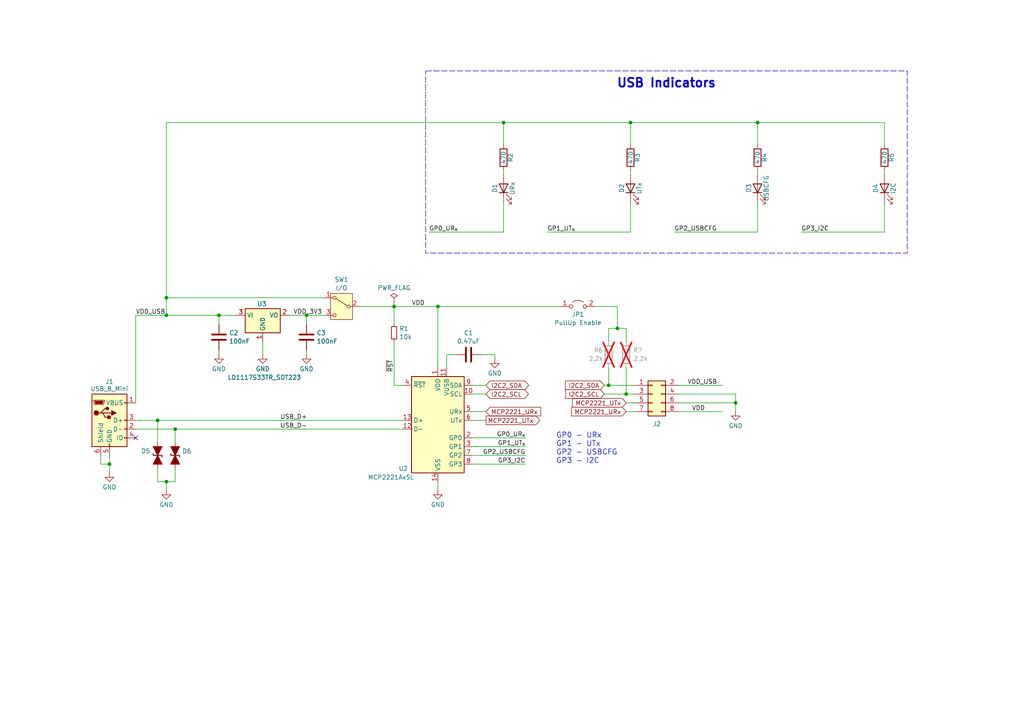
<source format=kicad_sch>
(kicad_sch
	(version 20231120)
	(generator "eeschema")
	(generator_version "8.0")
	(uuid "74bfc53f-e526-4e42-95d3-c557b918206e")
	(paper "A4")
	(lib_symbols
		(symbol "Connector:USB_B_Mini"
			(pin_names
				(offset 1.016)
			)
			(exclude_from_sim no)
			(in_bom yes)
			(on_board yes)
			(property "Reference" "J"
				(at -5.08 11.43 0)
				(effects
					(font
						(size 1.27 1.27)
					)
					(justify left)
				)
			)
			(property "Value" "USB_B_Mini"
				(at -5.08 8.89 0)
				(effects
					(font
						(size 1.27 1.27)
					)
					(justify left)
				)
			)
			(property "Footprint" ""
				(at 3.81 -1.27 0)
				(effects
					(font
						(size 1.27 1.27)
					)
					(hide yes)
				)
			)
			(property "Datasheet" "~"
				(at 3.81 -1.27 0)
				(effects
					(font
						(size 1.27 1.27)
					)
					(hide yes)
				)
			)
			(property "Description" "USB Mini Type B connector"
				(at 0 0 0)
				(effects
					(font
						(size 1.27 1.27)
					)
					(hide yes)
				)
			)
			(property "ki_keywords" "connector USB mini"
				(at 0 0 0)
				(effects
					(font
						(size 1.27 1.27)
					)
					(hide yes)
				)
			)
			(property "ki_fp_filters" "USB*"
				(at 0 0 0)
				(effects
					(font
						(size 1.27 1.27)
					)
					(hide yes)
				)
			)
			(symbol "USB_B_Mini_0_1"
				(rectangle
					(start -5.08 -7.62)
					(end 5.08 7.62)
					(stroke
						(width 0.254)
						(type default)
					)
					(fill
						(type background)
					)
				)
				(circle
					(center -3.81 2.159)
					(radius 0.635)
					(stroke
						(width 0.254)
						(type default)
					)
					(fill
						(type outline)
					)
				)
				(circle
					(center -0.635 3.429)
					(radius 0.381)
					(stroke
						(width 0.254)
						(type default)
					)
					(fill
						(type outline)
					)
				)
				(rectangle
					(start -0.127 -7.62)
					(end 0.127 -6.858)
					(stroke
						(width 0)
						(type default)
					)
					(fill
						(type none)
					)
				)
				(polyline
					(pts
						(xy -1.905 2.159) (xy 0.635 2.159)
					)
					(stroke
						(width 0.254)
						(type default)
					)
					(fill
						(type none)
					)
				)
				(polyline
					(pts
						(xy -3.175 2.159) (xy -2.54 2.159) (xy -1.27 3.429) (xy -0.635 3.429)
					)
					(stroke
						(width 0.254)
						(type default)
					)
					(fill
						(type none)
					)
				)
				(polyline
					(pts
						(xy -2.54 2.159) (xy -1.905 2.159) (xy -1.27 0.889) (xy 0 0.889)
					)
					(stroke
						(width 0.254)
						(type default)
					)
					(fill
						(type none)
					)
				)
				(polyline
					(pts
						(xy 0.635 2.794) (xy 0.635 1.524) (xy 1.905 2.159) (xy 0.635 2.794)
					)
					(stroke
						(width 0.254)
						(type default)
					)
					(fill
						(type outline)
					)
				)
				(polyline
					(pts
						(xy -4.318 5.588) (xy -1.778 5.588) (xy -2.032 4.826) (xy -4.064 4.826) (xy -4.318 5.588)
					)
					(stroke
						(width 0)
						(type default)
					)
					(fill
						(type outline)
					)
				)
				(polyline
					(pts
						(xy -4.699 5.842) (xy -4.699 5.588) (xy -4.445 4.826) (xy -4.445 4.572) (xy -1.651 4.572) (xy -1.651 4.826)
						(xy -1.397 5.588) (xy -1.397 5.842) (xy -4.699 5.842)
					)
					(stroke
						(width 0)
						(type default)
					)
					(fill
						(type none)
					)
				)
				(rectangle
					(start 0.254 1.27)
					(end -0.508 0.508)
					(stroke
						(width 0.254)
						(type default)
					)
					(fill
						(type outline)
					)
				)
				(rectangle
					(start 5.08 -5.207)
					(end 4.318 -4.953)
					(stroke
						(width 0)
						(type default)
					)
					(fill
						(type none)
					)
				)
				(rectangle
					(start 5.08 -2.667)
					(end 4.318 -2.413)
					(stroke
						(width 0)
						(type default)
					)
					(fill
						(type none)
					)
				)
				(rectangle
					(start 5.08 -0.127)
					(end 4.318 0.127)
					(stroke
						(width 0)
						(type default)
					)
					(fill
						(type none)
					)
				)
				(rectangle
					(start 5.08 4.953)
					(end 4.318 5.207)
					(stroke
						(width 0)
						(type default)
					)
					(fill
						(type none)
					)
				)
			)
			(symbol "USB_B_Mini_1_1"
				(pin power_out line
					(at 7.62 5.08 180)
					(length 2.54)
					(name "VBUS"
						(effects
							(font
								(size 1.27 1.27)
							)
						)
					)
					(number "1"
						(effects
							(font
								(size 1.27 1.27)
							)
						)
					)
				)
				(pin bidirectional line
					(at 7.62 -2.54 180)
					(length 2.54)
					(name "D-"
						(effects
							(font
								(size 1.27 1.27)
							)
						)
					)
					(number "2"
						(effects
							(font
								(size 1.27 1.27)
							)
						)
					)
				)
				(pin bidirectional line
					(at 7.62 0 180)
					(length 2.54)
					(name "D+"
						(effects
							(font
								(size 1.27 1.27)
							)
						)
					)
					(number "3"
						(effects
							(font
								(size 1.27 1.27)
							)
						)
					)
				)
				(pin passive line
					(at 7.62 -5.08 180)
					(length 2.54)
					(name "ID"
						(effects
							(font
								(size 1.27 1.27)
							)
						)
					)
					(number "4"
						(effects
							(font
								(size 1.27 1.27)
							)
						)
					)
				)
				(pin power_out line
					(at 0 -10.16 90)
					(length 2.54)
					(name "GND"
						(effects
							(font
								(size 1.27 1.27)
							)
						)
					)
					(number "5"
						(effects
							(font
								(size 1.27 1.27)
							)
						)
					)
				)
				(pin passive line
					(at -2.54 -10.16 90)
					(length 2.54)
					(name "Shield"
						(effects
							(font
								(size 1.27 1.27)
							)
						)
					)
					(number "6"
						(effects
							(font
								(size 1.27 1.27)
							)
						)
					)
				)
			)
		)
		(symbol "Connector_Generic:Conn_02x04_Odd_Even"
			(pin_names
				(offset 1.016) hide)
			(exclude_from_sim no)
			(in_bom yes)
			(on_board yes)
			(property "Reference" "J"
				(at 1.27 5.08 0)
				(effects
					(font
						(size 1.27 1.27)
					)
				)
			)
			(property "Value" "Conn_02x04_Odd_Even"
				(at 1.27 -7.62 0)
				(effects
					(font
						(size 1.27 1.27)
					)
				)
			)
			(property "Footprint" ""
				(at 0 0 0)
				(effects
					(font
						(size 1.27 1.27)
					)
					(hide yes)
				)
			)
			(property "Datasheet" "~"
				(at 0 0 0)
				(effects
					(font
						(size 1.27 1.27)
					)
					(hide yes)
				)
			)
			(property "Description" "Generic connector, double row, 02x04, odd/even pin numbering scheme (row 1 odd numbers, row 2 even numbers), script generated (kicad-library-utils/schlib/autogen/connector/)"
				(at 0 0 0)
				(effects
					(font
						(size 1.27 1.27)
					)
					(hide yes)
				)
			)
			(property "ki_keywords" "connector"
				(at 0 0 0)
				(effects
					(font
						(size 1.27 1.27)
					)
					(hide yes)
				)
			)
			(property "ki_fp_filters" "Connector*:*_2x??_*"
				(at 0 0 0)
				(effects
					(font
						(size 1.27 1.27)
					)
					(hide yes)
				)
			)
			(symbol "Conn_02x04_Odd_Even_1_1"
				(rectangle
					(start -1.27 -4.953)
					(end 0 -5.207)
					(stroke
						(width 0.1524)
						(type default)
					)
					(fill
						(type none)
					)
				)
				(rectangle
					(start -1.27 -2.413)
					(end 0 -2.667)
					(stroke
						(width 0.1524)
						(type default)
					)
					(fill
						(type none)
					)
				)
				(rectangle
					(start -1.27 0.127)
					(end 0 -0.127)
					(stroke
						(width 0.1524)
						(type default)
					)
					(fill
						(type none)
					)
				)
				(rectangle
					(start -1.27 2.667)
					(end 0 2.413)
					(stroke
						(width 0.1524)
						(type default)
					)
					(fill
						(type none)
					)
				)
				(rectangle
					(start -1.27 3.81)
					(end 3.81 -6.35)
					(stroke
						(width 0.254)
						(type default)
					)
					(fill
						(type background)
					)
				)
				(rectangle
					(start 3.81 -4.953)
					(end 2.54 -5.207)
					(stroke
						(width 0.1524)
						(type default)
					)
					(fill
						(type none)
					)
				)
				(rectangle
					(start 3.81 -2.413)
					(end 2.54 -2.667)
					(stroke
						(width 0.1524)
						(type default)
					)
					(fill
						(type none)
					)
				)
				(rectangle
					(start 3.81 0.127)
					(end 2.54 -0.127)
					(stroke
						(width 0.1524)
						(type default)
					)
					(fill
						(type none)
					)
				)
				(rectangle
					(start 3.81 2.667)
					(end 2.54 2.413)
					(stroke
						(width 0.1524)
						(type default)
					)
					(fill
						(type none)
					)
				)
				(pin passive line
					(at -5.08 2.54 0)
					(length 3.81)
					(name "Pin_1"
						(effects
							(font
								(size 1.27 1.27)
							)
						)
					)
					(number "1"
						(effects
							(font
								(size 1.27 1.27)
							)
						)
					)
				)
				(pin passive line
					(at 7.62 2.54 180)
					(length 3.81)
					(name "Pin_2"
						(effects
							(font
								(size 1.27 1.27)
							)
						)
					)
					(number "2"
						(effects
							(font
								(size 1.27 1.27)
							)
						)
					)
				)
				(pin passive line
					(at -5.08 0 0)
					(length 3.81)
					(name "Pin_3"
						(effects
							(font
								(size 1.27 1.27)
							)
						)
					)
					(number "3"
						(effects
							(font
								(size 1.27 1.27)
							)
						)
					)
				)
				(pin passive line
					(at 7.62 0 180)
					(length 3.81)
					(name "Pin_4"
						(effects
							(font
								(size 1.27 1.27)
							)
						)
					)
					(number "4"
						(effects
							(font
								(size 1.27 1.27)
							)
						)
					)
				)
				(pin passive line
					(at -5.08 -2.54 0)
					(length 3.81)
					(name "Pin_5"
						(effects
							(font
								(size 1.27 1.27)
							)
						)
					)
					(number "5"
						(effects
							(font
								(size 1.27 1.27)
							)
						)
					)
				)
				(pin passive line
					(at 7.62 -2.54 180)
					(length 3.81)
					(name "Pin_6"
						(effects
							(font
								(size 1.27 1.27)
							)
						)
					)
					(number "6"
						(effects
							(font
								(size 1.27 1.27)
							)
						)
					)
				)
				(pin passive line
					(at -5.08 -5.08 0)
					(length 3.81)
					(name "Pin_7"
						(effects
							(font
								(size 1.27 1.27)
							)
						)
					)
					(number "7"
						(effects
							(font
								(size 1.27 1.27)
							)
						)
					)
				)
				(pin passive line
					(at 7.62 -5.08 180)
					(length 3.81)
					(name "Pin_8"
						(effects
							(font
								(size 1.27 1.27)
							)
						)
					)
					(number "8"
						(effects
							(font
								(size 1.27 1.27)
							)
						)
					)
				)
			)
		)
		(symbol "Device:C"
			(pin_numbers hide)
			(pin_names
				(offset 0.254)
			)
			(exclude_from_sim no)
			(in_bom yes)
			(on_board yes)
			(property "Reference" "C"
				(at 0.635 2.54 0)
				(effects
					(font
						(size 1.27 1.27)
					)
					(justify left)
				)
			)
			(property "Value" "C"
				(at 0.635 -2.54 0)
				(effects
					(font
						(size 1.27 1.27)
					)
					(justify left)
				)
			)
			(property "Footprint" ""
				(at 0.9652 -3.81 0)
				(effects
					(font
						(size 1.27 1.27)
					)
					(hide yes)
				)
			)
			(property "Datasheet" "~"
				(at 0 0 0)
				(effects
					(font
						(size 1.27 1.27)
					)
					(hide yes)
				)
			)
			(property "Description" "Unpolarized capacitor"
				(at 0 0 0)
				(effects
					(font
						(size 1.27 1.27)
					)
					(hide yes)
				)
			)
			(property "ki_keywords" "cap capacitor"
				(at 0 0 0)
				(effects
					(font
						(size 1.27 1.27)
					)
					(hide yes)
				)
			)
			(property "ki_fp_filters" "C_*"
				(at 0 0 0)
				(effects
					(font
						(size 1.27 1.27)
					)
					(hide yes)
				)
			)
			(symbol "C_0_1"
				(polyline
					(pts
						(xy -2.032 -0.762) (xy 2.032 -0.762)
					)
					(stroke
						(width 0.508)
						(type default)
					)
					(fill
						(type none)
					)
				)
				(polyline
					(pts
						(xy -2.032 0.762) (xy 2.032 0.762)
					)
					(stroke
						(width 0.508)
						(type default)
					)
					(fill
						(type none)
					)
				)
			)
			(symbol "C_1_1"
				(pin passive line
					(at 0 3.81 270)
					(length 2.794)
					(name "~"
						(effects
							(font
								(size 1.27 1.27)
							)
						)
					)
					(number "1"
						(effects
							(font
								(size 1.27 1.27)
							)
						)
					)
				)
				(pin passive line
					(at 0 -3.81 90)
					(length 2.794)
					(name "~"
						(effects
							(font
								(size 1.27 1.27)
							)
						)
					)
					(number "2"
						(effects
							(font
								(size 1.27 1.27)
							)
						)
					)
				)
			)
		)
		(symbol "Device:D_TVS_Filled"
			(pin_numbers hide)
			(pin_names
				(offset 1.016) hide)
			(exclude_from_sim no)
			(in_bom yes)
			(on_board yes)
			(property "Reference" "D"
				(at 0 2.54 0)
				(effects
					(font
						(size 1.27 1.27)
					)
				)
			)
			(property "Value" "D_TVS_Filled"
				(at 0 -2.54 0)
				(effects
					(font
						(size 1.27 1.27)
					)
				)
			)
			(property "Footprint" ""
				(at 0 0 0)
				(effects
					(font
						(size 1.27 1.27)
					)
					(hide yes)
				)
			)
			(property "Datasheet" "~"
				(at 0 0 0)
				(effects
					(font
						(size 1.27 1.27)
					)
					(hide yes)
				)
			)
			(property "Description" "Bidirectional transient-voltage-suppression diode, filled shape"
				(at 0 0 0)
				(effects
					(font
						(size 1.27 1.27)
					)
					(hide yes)
				)
			)
			(property "ki_keywords" "diode TVS thyrector"
				(at 0 0 0)
				(effects
					(font
						(size 1.27 1.27)
					)
					(hide yes)
				)
			)
			(property "ki_fp_filters" "TO-???* *_Diode_* *SingleDiode* D_*"
				(at 0 0 0)
				(effects
					(font
						(size 1.27 1.27)
					)
					(hide yes)
				)
			)
			(symbol "D_TVS_Filled_0_1"
				(polyline
					(pts
						(xy 1.27 0) (xy -1.27 0)
					)
					(stroke
						(width 0)
						(type default)
					)
					(fill
						(type none)
					)
				)
				(polyline
					(pts
						(xy -2.54 -1.27) (xy 0 0) (xy -2.54 1.27) (xy -2.54 -1.27)
					)
					(stroke
						(width 0.254)
						(type default)
					)
					(fill
						(type outline)
					)
				)
				(polyline
					(pts
						(xy 0.508 1.27) (xy 0 1.27) (xy 0 -1.27) (xy -0.508 -1.27)
					)
					(stroke
						(width 0.254)
						(type default)
					)
					(fill
						(type none)
					)
				)
				(polyline
					(pts
						(xy 2.54 1.27) (xy 2.54 -1.27) (xy 0 0) (xy 2.54 1.27)
					)
					(stroke
						(width 0.254)
						(type default)
					)
					(fill
						(type outline)
					)
				)
			)
			(symbol "D_TVS_Filled_1_1"
				(pin passive line
					(at -3.81 0 0)
					(length 2.54)
					(name "A1"
						(effects
							(font
								(size 1.27 1.27)
							)
						)
					)
					(number "1"
						(effects
							(font
								(size 1.27 1.27)
							)
						)
					)
				)
				(pin passive line
					(at 3.81 0 180)
					(length 2.54)
					(name "A2"
						(effects
							(font
								(size 1.27 1.27)
							)
						)
					)
					(number "2"
						(effects
							(font
								(size 1.27 1.27)
							)
						)
					)
				)
			)
		)
		(symbol "Device:LED"
			(pin_numbers hide)
			(pin_names
				(offset 1.016) hide)
			(exclude_from_sim no)
			(in_bom yes)
			(on_board yes)
			(property "Reference" "D"
				(at 0 2.54 0)
				(effects
					(font
						(size 1.27 1.27)
					)
				)
			)
			(property "Value" "LED"
				(at 0 -2.54 0)
				(effects
					(font
						(size 1.27 1.27)
					)
				)
			)
			(property "Footprint" ""
				(at 0 0 0)
				(effects
					(font
						(size 1.27 1.27)
					)
					(hide yes)
				)
			)
			(property "Datasheet" "~"
				(at 0 0 0)
				(effects
					(font
						(size 1.27 1.27)
					)
					(hide yes)
				)
			)
			(property "Description" "Light emitting diode"
				(at 0 0 0)
				(effects
					(font
						(size 1.27 1.27)
					)
					(hide yes)
				)
			)
			(property "ki_keywords" "LED diode"
				(at 0 0 0)
				(effects
					(font
						(size 1.27 1.27)
					)
					(hide yes)
				)
			)
			(property "ki_fp_filters" "LED* LED_SMD:* LED_THT:*"
				(at 0 0 0)
				(effects
					(font
						(size 1.27 1.27)
					)
					(hide yes)
				)
			)
			(symbol "LED_0_1"
				(polyline
					(pts
						(xy -1.27 -1.27) (xy -1.27 1.27)
					)
					(stroke
						(width 0.254)
						(type default)
					)
					(fill
						(type none)
					)
				)
				(polyline
					(pts
						(xy -1.27 0) (xy 1.27 0)
					)
					(stroke
						(width 0)
						(type default)
					)
					(fill
						(type none)
					)
				)
				(polyline
					(pts
						(xy 1.27 -1.27) (xy 1.27 1.27) (xy -1.27 0) (xy 1.27 -1.27)
					)
					(stroke
						(width 0.254)
						(type default)
					)
					(fill
						(type none)
					)
				)
				(polyline
					(pts
						(xy -3.048 -0.762) (xy -4.572 -2.286) (xy -3.81 -2.286) (xy -4.572 -2.286) (xy -4.572 -1.524)
					)
					(stroke
						(width 0)
						(type default)
					)
					(fill
						(type none)
					)
				)
				(polyline
					(pts
						(xy -1.778 -0.762) (xy -3.302 -2.286) (xy -2.54 -2.286) (xy -3.302 -2.286) (xy -3.302 -1.524)
					)
					(stroke
						(width 0)
						(type default)
					)
					(fill
						(type none)
					)
				)
			)
			(symbol "LED_1_1"
				(pin passive line
					(at -3.81 0 0)
					(length 2.54)
					(name "K"
						(effects
							(font
								(size 1.27 1.27)
							)
						)
					)
					(number "1"
						(effects
							(font
								(size 1.27 1.27)
							)
						)
					)
				)
				(pin passive line
					(at 3.81 0 180)
					(length 2.54)
					(name "A"
						(effects
							(font
								(size 1.27 1.27)
							)
						)
					)
					(number "2"
						(effects
							(font
								(size 1.27 1.27)
							)
						)
					)
				)
			)
		)
		(symbol "Device:R"
			(pin_numbers hide)
			(pin_names
				(offset 0)
			)
			(exclude_from_sim no)
			(in_bom yes)
			(on_board yes)
			(property "Reference" "R"
				(at 2.032 0 90)
				(effects
					(font
						(size 1.27 1.27)
					)
				)
			)
			(property "Value" "R"
				(at 0 0 90)
				(effects
					(font
						(size 1.27 1.27)
					)
				)
			)
			(property "Footprint" ""
				(at -1.778 0 90)
				(effects
					(font
						(size 1.27 1.27)
					)
					(hide yes)
				)
			)
			(property "Datasheet" "~"
				(at 0 0 0)
				(effects
					(font
						(size 1.27 1.27)
					)
					(hide yes)
				)
			)
			(property "Description" "Resistor"
				(at 0 0 0)
				(effects
					(font
						(size 1.27 1.27)
					)
					(hide yes)
				)
			)
			(property "ki_keywords" "R res resistor"
				(at 0 0 0)
				(effects
					(font
						(size 1.27 1.27)
					)
					(hide yes)
				)
			)
			(property "ki_fp_filters" "R_*"
				(at 0 0 0)
				(effects
					(font
						(size 1.27 1.27)
					)
					(hide yes)
				)
			)
			(symbol "R_0_1"
				(rectangle
					(start -1.016 -2.54)
					(end 1.016 2.54)
					(stroke
						(width 0.254)
						(type default)
					)
					(fill
						(type none)
					)
				)
			)
			(symbol "R_1_1"
				(pin passive line
					(at 0 3.81 270)
					(length 1.27)
					(name "~"
						(effects
							(font
								(size 1.27 1.27)
							)
						)
					)
					(number "1"
						(effects
							(font
								(size 1.27 1.27)
							)
						)
					)
				)
				(pin passive line
					(at 0 -3.81 90)
					(length 1.27)
					(name "~"
						(effects
							(font
								(size 1.27 1.27)
							)
						)
					)
					(number "2"
						(effects
							(font
								(size 1.27 1.27)
							)
						)
					)
				)
			)
		)
		(symbol "Device:R_Small"
			(pin_numbers hide)
			(pin_names
				(offset 0.254) hide)
			(exclude_from_sim no)
			(in_bom yes)
			(on_board yes)
			(property "Reference" "R"
				(at 0.762 0.508 0)
				(effects
					(font
						(size 1.27 1.27)
					)
					(justify left)
				)
			)
			(property "Value" "R_Small"
				(at 0.762 -1.016 0)
				(effects
					(font
						(size 1.27 1.27)
					)
					(justify left)
				)
			)
			(property "Footprint" ""
				(at 0 0 0)
				(effects
					(font
						(size 1.27 1.27)
					)
					(hide yes)
				)
			)
			(property "Datasheet" "~"
				(at 0 0 0)
				(effects
					(font
						(size 1.27 1.27)
					)
					(hide yes)
				)
			)
			(property "Description" "Resistor, small symbol"
				(at 0 0 0)
				(effects
					(font
						(size 1.27 1.27)
					)
					(hide yes)
				)
			)
			(property "ki_keywords" "R resistor"
				(at 0 0 0)
				(effects
					(font
						(size 1.27 1.27)
					)
					(hide yes)
				)
			)
			(property "ki_fp_filters" "R_*"
				(at 0 0 0)
				(effects
					(font
						(size 1.27 1.27)
					)
					(hide yes)
				)
			)
			(symbol "R_Small_0_1"
				(rectangle
					(start -0.762 1.778)
					(end 0.762 -1.778)
					(stroke
						(width 0.2032)
						(type default)
					)
					(fill
						(type none)
					)
				)
			)
			(symbol "R_Small_1_1"
				(pin passive line
					(at 0 2.54 270)
					(length 0.762)
					(name "~"
						(effects
							(font
								(size 1.27 1.27)
							)
						)
					)
					(number "1"
						(effects
							(font
								(size 1.27 1.27)
							)
						)
					)
				)
				(pin passive line
					(at 0 -2.54 90)
					(length 0.762)
					(name "~"
						(effects
							(font
								(size 1.27 1.27)
							)
						)
					)
					(number "2"
						(effects
							(font
								(size 1.27 1.27)
							)
						)
					)
				)
			)
		)
		(symbol "GND_1"
			(power)
			(pin_numbers hide)
			(pin_names
				(offset 0) hide)
			(exclude_from_sim no)
			(in_bom yes)
			(on_board yes)
			(property "Reference" "#PWR"
				(at 0 -6.35 0)
				(effects
					(font
						(size 1.27 1.27)
					)
					(hide yes)
				)
			)
			(property "Value" "GND"
				(at 0 -3.81 0)
				(effects
					(font
						(size 1.27 1.27)
					)
				)
			)
			(property "Footprint" ""
				(at 0 0 0)
				(effects
					(font
						(size 1.27 1.27)
					)
					(hide yes)
				)
			)
			(property "Datasheet" ""
				(at 0 0 0)
				(effects
					(font
						(size 1.27 1.27)
					)
					(hide yes)
				)
			)
			(property "Description" "Power symbol creates a global label with name \"GND\" , ground"
				(at 0 0 0)
				(effects
					(font
						(size 1.27 1.27)
					)
					(hide yes)
				)
			)
			(property "ki_keywords" "global power"
				(at 0 0 0)
				(effects
					(font
						(size 1.27 1.27)
					)
					(hide yes)
				)
			)
			(symbol "GND_1_0_1"
				(polyline
					(pts
						(xy 0 0) (xy 0 -1.27) (xy 1.27 -1.27) (xy 0 -2.54) (xy -1.27 -1.27) (xy 0 -1.27)
					)
					(stroke
						(width 0)
						(type default)
					)
					(fill
						(type none)
					)
				)
			)
			(symbol "GND_1_1_1"
				(pin power_in line
					(at 0 0 270)
					(length 0)
					(name "~"
						(effects
							(font
								(size 1.27 1.27)
							)
						)
					)
					(number "1"
						(effects
							(font
								(size 1.27 1.27)
							)
						)
					)
				)
			)
		)
		(symbol "GND_2"
			(power)
			(pin_numbers hide)
			(pin_names
				(offset 0) hide)
			(exclude_from_sim no)
			(in_bom yes)
			(on_board yes)
			(property "Reference" "#PWR"
				(at 0 -6.35 0)
				(effects
					(font
						(size 1.27 1.27)
					)
					(hide yes)
				)
			)
			(property "Value" "GND"
				(at 0 -3.81 0)
				(effects
					(font
						(size 1.27 1.27)
					)
				)
			)
			(property "Footprint" ""
				(at 0 0 0)
				(effects
					(font
						(size 1.27 1.27)
					)
					(hide yes)
				)
			)
			(property "Datasheet" ""
				(at 0 0 0)
				(effects
					(font
						(size 1.27 1.27)
					)
					(hide yes)
				)
			)
			(property "Description" "Power symbol creates a global label with name \"GND\" , ground"
				(at 0 0 0)
				(effects
					(font
						(size 1.27 1.27)
					)
					(hide yes)
				)
			)
			(property "ki_keywords" "global power"
				(at 0 0 0)
				(effects
					(font
						(size 1.27 1.27)
					)
					(hide yes)
				)
			)
			(symbol "GND_2_0_1"
				(polyline
					(pts
						(xy 0 0) (xy 0 -1.27) (xy 1.27 -1.27) (xy 0 -2.54) (xy -1.27 -1.27) (xy 0 -1.27)
					)
					(stroke
						(width 0)
						(type default)
					)
					(fill
						(type none)
					)
				)
			)
			(symbol "GND_2_1_1"
				(pin power_in line
					(at 0 0 270)
					(length 0)
					(name "~"
						(effects
							(font
								(size 1.27 1.27)
							)
						)
					)
					(number "1"
						(effects
							(font
								(size 1.27 1.27)
							)
						)
					)
				)
			)
		)
		(symbol "Interface_USB:MCP2221AxSL"
			(exclude_from_sim no)
			(in_bom yes)
			(on_board yes)
			(property "Reference" "U"
				(at -7.62 16.51 0)
				(effects
					(font
						(size 1.27 1.27)
					)
				)
			)
			(property "Value" "MCP2221AxSL"
				(at 12.7 16.51 0)
				(effects
					(font
						(size 1.27 1.27)
					)
				)
			)
			(property "Footprint" "Package_SO:SOIC-14_3.9x8.7mm_P1.27mm"
				(at 0 25.4 0)
				(effects
					(font
						(size 1.27 1.27)
					)
					(hide yes)
				)
			)
			(property "Datasheet" "http://ww1.microchip.com/downloads/en/DeviceDoc/20005565B.pdf"
				(at 0 17.78 0)
				(effects
					(font
						(size 1.27 1.27)
					)
					(hide yes)
				)
			)
			(property "Description" "USB to I2C/UART Protocol Converter with GPIO, SOIC-14"
				(at 0 0 0)
				(effects
					(font
						(size 1.27 1.27)
					)
					(hide yes)
				)
			)
			(property "ki_keywords" "USB I2C UART Converter Bridge"
				(at 0 0 0)
				(effects
					(font
						(size 1.27 1.27)
					)
					(hide yes)
				)
			)
			(property "ki_fp_filters" "SOIC*3.9x8.7mm*P1.27mm*"
				(at 0 0 0)
				(effects
					(font
						(size 1.27 1.27)
					)
					(hide yes)
				)
			)
			(symbol "MCP2221AxSL_0_1"
				(rectangle
					(start -7.62 15.24)
					(end 7.62 -12.7)
					(stroke
						(width 0.254)
						(type default)
					)
					(fill
						(type background)
					)
				)
			)
			(symbol "MCP2221AxSL_1_1"
				(pin power_in line
					(at 0 17.78 270)
					(length 2.54)
					(name "VDD"
						(effects
							(font
								(size 1.27 1.27)
							)
						)
					)
					(number "1"
						(effects
							(font
								(size 1.27 1.27)
							)
						)
					)
				)
				(pin bidirectional line
					(at 10.16 10.16 180)
					(length 2.54)
					(name "SCL"
						(effects
							(font
								(size 1.27 1.27)
							)
						)
					)
					(number "10"
						(effects
							(font
								(size 1.27 1.27)
							)
						)
					)
				)
				(pin passive line
					(at 2.54 17.78 270)
					(length 2.54)
					(name "VUSB"
						(effects
							(font
								(size 1.27 1.27)
							)
						)
					)
					(number "11"
						(effects
							(font
								(size 1.27 1.27)
							)
						)
					)
				)
				(pin bidirectional line
					(at -10.16 0 0)
					(length 2.54)
					(name "D-"
						(effects
							(font
								(size 1.27 1.27)
							)
						)
					)
					(number "12"
						(effects
							(font
								(size 1.27 1.27)
							)
						)
					)
				)
				(pin bidirectional line
					(at -10.16 2.54 0)
					(length 2.54)
					(name "D+"
						(effects
							(font
								(size 1.27 1.27)
							)
						)
					)
					(number "13"
						(effects
							(font
								(size 1.27 1.27)
							)
						)
					)
				)
				(pin power_in line
					(at 0 -15.24 90)
					(length 2.54)
					(name "VSS"
						(effects
							(font
								(size 1.27 1.27)
							)
						)
					)
					(number "14"
						(effects
							(font
								(size 1.27 1.27)
							)
						)
					)
				)
				(pin bidirectional line
					(at 10.16 -2.54 180)
					(length 2.54)
					(name "GP0"
						(effects
							(font
								(size 1.27 1.27)
							)
						)
					)
					(number "2"
						(effects
							(font
								(size 1.27 1.27)
							)
						)
					)
				)
				(pin bidirectional line
					(at 10.16 -5.08 180)
					(length 2.54)
					(name "GP1"
						(effects
							(font
								(size 1.27 1.27)
							)
						)
					)
					(number "3"
						(effects
							(font
								(size 1.27 1.27)
							)
						)
					)
				)
				(pin input line
					(at -10.16 12.7 0)
					(length 2.54)
					(name "~{RST}"
						(effects
							(font
								(size 1.27 1.27)
							)
						)
					)
					(number "4"
						(effects
							(font
								(size 1.27 1.27)
							)
						)
					)
				)
				(pin input line
					(at 10.16 5.08 180)
					(length 2.54)
					(name "URx"
						(effects
							(font
								(size 1.27 1.27)
							)
						)
					)
					(number "5"
						(effects
							(font
								(size 1.27 1.27)
							)
						)
					)
				)
				(pin output line
					(at 10.16 2.54 180)
					(length 2.54)
					(name "UTx"
						(effects
							(font
								(size 1.27 1.27)
							)
						)
					)
					(number "6"
						(effects
							(font
								(size 1.27 1.27)
							)
						)
					)
				)
				(pin bidirectional line
					(at 10.16 -7.62 180)
					(length 2.54)
					(name "GP2"
						(effects
							(font
								(size 1.27 1.27)
							)
						)
					)
					(number "7"
						(effects
							(font
								(size 1.27 1.27)
							)
						)
					)
				)
				(pin bidirectional line
					(at 10.16 -10.16 180)
					(length 2.54)
					(name "GP3"
						(effects
							(font
								(size 1.27 1.27)
							)
						)
					)
					(number "8"
						(effects
							(font
								(size 1.27 1.27)
							)
						)
					)
				)
				(pin bidirectional line
					(at 10.16 12.7 180)
					(length 2.54)
					(name "SDA"
						(effects
							(font
								(size 1.27 1.27)
							)
						)
					)
					(number "9"
						(effects
							(font
								(size 1.27 1.27)
							)
						)
					)
				)
			)
		)
		(symbol "Jumper:Jumper_2_Open"
			(pin_names
				(offset 0) hide)
			(exclude_from_sim no)
			(in_bom yes)
			(on_board yes)
			(property "Reference" "JP"
				(at 0 2.794 0)
				(effects
					(font
						(size 1.27 1.27)
					)
				)
			)
			(property "Value" "Jumper_2_Open"
				(at 0 -2.286 0)
				(effects
					(font
						(size 1.27 1.27)
					)
				)
			)
			(property "Footprint" ""
				(at 0 0 0)
				(effects
					(font
						(size 1.27 1.27)
					)
					(hide yes)
				)
			)
			(property "Datasheet" "~"
				(at 0 0 0)
				(effects
					(font
						(size 1.27 1.27)
					)
					(hide yes)
				)
			)
			(property "Description" "Jumper, 2-pole, open"
				(at 0 0 0)
				(effects
					(font
						(size 1.27 1.27)
					)
					(hide yes)
				)
			)
			(property "ki_keywords" "Jumper SPST"
				(at 0 0 0)
				(effects
					(font
						(size 1.27 1.27)
					)
					(hide yes)
				)
			)
			(property "ki_fp_filters" "Jumper* TestPoint*2Pads* TestPoint*Bridge*"
				(at 0 0 0)
				(effects
					(font
						(size 1.27 1.27)
					)
					(hide yes)
				)
			)
			(symbol "Jumper_2_Open_0_0"
				(circle
					(center -2.032 0)
					(radius 0.508)
					(stroke
						(width 0)
						(type default)
					)
					(fill
						(type none)
					)
				)
				(circle
					(center 2.032 0)
					(radius 0.508)
					(stroke
						(width 0)
						(type default)
					)
					(fill
						(type none)
					)
				)
			)
			(symbol "Jumper_2_Open_0_1"
				(arc
					(start 1.524 1.27)
					(mid 0 1.778)
					(end -1.524 1.27)
					(stroke
						(width 0)
						(type default)
					)
					(fill
						(type none)
					)
				)
			)
			(symbol "Jumper_2_Open_1_1"
				(pin passive line
					(at -5.08 0 0)
					(length 2.54)
					(name "A"
						(effects
							(font
								(size 1.27 1.27)
							)
						)
					)
					(number "1"
						(effects
							(font
								(size 1.27 1.27)
							)
						)
					)
				)
				(pin passive line
					(at 5.08 0 180)
					(length 2.54)
					(name "B"
						(effects
							(font
								(size 1.27 1.27)
							)
						)
					)
					(number "2"
						(effects
							(font
								(size 1.27 1.27)
							)
						)
					)
				)
			)
		)
		(symbol "Regulator_Linear:LD1117S33TR_SOT223"
			(exclude_from_sim no)
			(in_bom yes)
			(on_board yes)
			(property "Reference" "U"
				(at -3.81 3.175 0)
				(effects
					(font
						(size 1.27 1.27)
					)
				)
			)
			(property "Value" "LD1117S33TR_SOT223"
				(at 0 3.175 0)
				(effects
					(font
						(size 1.27 1.27)
					)
					(justify left)
				)
			)
			(property "Footprint" "Package_TO_SOT_SMD:SOT-223-3_TabPin2"
				(at 0 5.08 0)
				(effects
					(font
						(size 1.27 1.27)
					)
					(hide yes)
				)
			)
			(property "Datasheet" "http://www.st.com/st-web-ui/static/active/en/resource/technical/document/datasheet/CD00000544.pdf"
				(at 2.54 -6.35 0)
				(effects
					(font
						(size 1.27 1.27)
					)
					(hide yes)
				)
			)
			(property "Description" "800mA Fixed Low Drop Positive Voltage Regulator, Fixed Output 3.3V, SOT-223"
				(at 0 0 0)
				(effects
					(font
						(size 1.27 1.27)
					)
					(hide yes)
				)
			)
			(property "ki_keywords" "REGULATOR LDO 3.3V"
				(at 0 0 0)
				(effects
					(font
						(size 1.27 1.27)
					)
					(hide yes)
				)
			)
			(property "ki_fp_filters" "SOT?223*TabPin2*"
				(at 0 0 0)
				(effects
					(font
						(size 1.27 1.27)
					)
					(hide yes)
				)
			)
			(symbol "LD1117S33TR_SOT223_0_1"
				(rectangle
					(start -5.08 -5.08)
					(end 5.08 1.905)
					(stroke
						(width 0.254)
						(type default)
					)
					(fill
						(type background)
					)
				)
			)
			(symbol "LD1117S33TR_SOT223_1_1"
				(pin power_in line
					(at 0 -7.62 90)
					(length 2.54)
					(name "GND"
						(effects
							(font
								(size 1.27 1.27)
							)
						)
					)
					(number "1"
						(effects
							(font
								(size 1.27 1.27)
							)
						)
					)
				)
				(pin power_out line
					(at 7.62 0 180)
					(length 2.54)
					(name "VO"
						(effects
							(font
								(size 1.27 1.27)
							)
						)
					)
					(number "2"
						(effects
							(font
								(size 1.27 1.27)
							)
						)
					)
				)
				(pin power_in line
					(at -7.62 0 0)
					(length 2.54)
					(name "VI"
						(effects
							(font
								(size 1.27 1.27)
							)
						)
					)
					(number "3"
						(effects
							(font
								(size 1.27 1.27)
							)
						)
					)
				)
			)
		)
		(symbol "Switch:SW_SPDT"
			(pin_names
				(offset 0) hide)
			(exclude_from_sim no)
			(in_bom yes)
			(on_board yes)
			(property "Reference" "SW"
				(at 0 5.08 0)
				(effects
					(font
						(size 1.27 1.27)
					)
				)
			)
			(property "Value" "SW_SPDT"
				(at 0 -5.08 0)
				(effects
					(font
						(size 1.27 1.27)
					)
				)
			)
			(property "Footprint" ""
				(at 0 0 0)
				(effects
					(font
						(size 1.27 1.27)
					)
					(hide yes)
				)
			)
			(property "Datasheet" "~"
				(at 0 -7.62 0)
				(effects
					(font
						(size 1.27 1.27)
					)
					(hide yes)
				)
			)
			(property "Description" "Switch, single pole double throw"
				(at 0 0 0)
				(effects
					(font
						(size 1.27 1.27)
					)
					(hide yes)
				)
			)
			(property "ki_keywords" "switch single-pole double-throw spdt ON-ON"
				(at 0 0 0)
				(effects
					(font
						(size 1.27 1.27)
					)
					(hide yes)
				)
			)
			(symbol "SW_SPDT_0_1"
				(circle
					(center -2.032 0)
					(radius 0.4572)
					(stroke
						(width 0)
						(type default)
					)
					(fill
						(type none)
					)
				)
				(polyline
					(pts
						(xy -1.651 0.254) (xy 1.651 2.286)
					)
					(stroke
						(width 0)
						(type default)
					)
					(fill
						(type none)
					)
				)
				(circle
					(center 2.032 -2.54)
					(radius 0.4572)
					(stroke
						(width 0)
						(type default)
					)
					(fill
						(type none)
					)
				)
				(circle
					(center 2.032 2.54)
					(radius 0.4572)
					(stroke
						(width 0)
						(type default)
					)
					(fill
						(type none)
					)
				)
			)
			(symbol "SW_SPDT_1_1"
				(rectangle
					(start -3.175 3.81)
					(end 3.175 -3.81)
					(stroke
						(width 0)
						(type default)
					)
					(fill
						(type background)
					)
				)
				(pin passive line
					(at 5.08 2.54 180)
					(length 2.54)
					(name "A"
						(effects
							(font
								(size 1.27 1.27)
							)
						)
					)
					(number "1"
						(effects
							(font
								(size 1.27 1.27)
							)
						)
					)
				)
				(pin passive line
					(at -5.08 0 0)
					(length 2.54)
					(name "B"
						(effects
							(font
								(size 1.27 1.27)
							)
						)
					)
					(number "2"
						(effects
							(font
								(size 1.27 1.27)
							)
						)
					)
				)
				(pin passive line
					(at 5.08 -2.54 180)
					(length 2.54)
					(name "C"
						(effects
							(font
								(size 1.27 1.27)
							)
						)
					)
					(number "3"
						(effects
							(font
								(size 1.27 1.27)
							)
						)
					)
				)
			)
		)
		(symbol "power:PWR_FLAG"
			(power)
			(pin_numbers hide)
			(pin_names
				(offset 0) hide)
			(exclude_from_sim no)
			(in_bom yes)
			(on_board yes)
			(property "Reference" "#FLG"
				(at 0 1.905 0)
				(effects
					(font
						(size 1.27 1.27)
					)
					(hide yes)
				)
			)
			(property "Value" "PWR_FLAG"
				(at 0 3.81 0)
				(effects
					(font
						(size 1.27 1.27)
					)
				)
			)
			(property "Footprint" ""
				(at 0 0 0)
				(effects
					(font
						(size 1.27 1.27)
					)
					(hide yes)
				)
			)
			(property "Datasheet" "~"
				(at 0 0 0)
				(effects
					(font
						(size 1.27 1.27)
					)
					(hide yes)
				)
			)
			(property "Description" "Special symbol for telling ERC where power comes from"
				(at 0 0 0)
				(effects
					(font
						(size 1.27 1.27)
					)
					(hide yes)
				)
			)
			(property "ki_keywords" "flag power"
				(at 0 0 0)
				(effects
					(font
						(size 1.27 1.27)
					)
					(hide yes)
				)
			)
			(symbol "PWR_FLAG_0_0"
				(pin power_out line
					(at 0 0 90)
					(length 0)
					(name "~"
						(effects
							(font
								(size 1.27 1.27)
							)
						)
					)
					(number "1"
						(effects
							(font
								(size 1.27 1.27)
							)
						)
					)
				)
			)
			(symbol "PWR_FLAG_0_1"
				(polyline
					(pts
						(xy 0 0) (xy 0 1.27) (xy -1.016 1.905) (xy 0 2.54) (xy 1.016 1.905) (xy 0 1.27)
					)
					(stroke
						(width 0)
						(type default)
					)
					(fill
						(type none)
					)
				)
			)
		)
	)
	(junction
		(at 31.75 134.62)
		(diameter 0)
		(color 0 0 0 0)
		(uuid "0623f00e-f205-446c-aebf-f4c6d35f3add")
	)
	(junction
		(at 48.26 91.44)
		(diameter 0)
		(color 0 0 0 0)
		(uuid "127d3b96-58da-439a-8dca-0fee5f195b40")
	)
	(junction
		(at 219.71 35.56)
		(diameter 0)
		(color 0 0 0 0)
		(uuid "22668e7f-6e3e-466f-a9bf-69cfb052d9c0")
	)
	(junction
		(at 176.53 111.76)
		(diameter 0)
		(color 0 0 0 0)
		(uuid "37b69b19-6e0a-48f9-b895-e0b738aeb524")
	)
	(junction
		(at 48.26 139.7)
		(diameter 0)
		(color 0 0 0 0)
		(uuid "3d6da86b-427c-4bea-b3ca-c43e8132e269")
	)
	(junction
		(at 213.36 116.84)
		(diameter 0)
		(color 0 0 0 0)
		(uuid "42e5a2df-30db-4756-bf79-2030c8e8a73a")
	)
	(junction
		(at 88.9 91.44)
		(diameter 0)
		(color 0 0 0 0)
		(uuid "55b9a78c-9d2f-4b10-b6a0-212ce513fcc7")
	)
	(junction
		(at 127 88.9)
		(diameter 0)
		(color 0 0 0 0)
		(uuid "58b9108f-103f-4378-a601-abb7de50fd4f")
	)
	(junction
		(at 146.05 35.56)
		(diameter 0)
		(color 0 0 0 0)
		(uuid "5eccf849-fd77-4a6f-81d3-2ceffb98eb42")
	)
	(junction
		(at 179.07 95.25)
		(diameter 0)
		(color 0 0 0 0)
		(uuid "6831baea-822c-446b-90a9-a889a73296c6")
	)
	(junction
		(at 45.72 121.92)
		(diameter 0)
		(color 0 0 0 0)
		(uuid "7e4da4cc-7fa8-43f9-9157-d27d5526acf7")
	)
	(junction
		(at 181.61 114.3)
		(diameter 0)
		(color 0 0 0 0)
		(uuid "827d07b2-f2fc-4025-9712-3920d72b7af1")
	)
	(junction
		(at 114.3 88.9)
		(diameter 0)
		(color 0 0 0 0)
		(uuid "87b901f6-1882-4143-96f8-33835e9558c3")
	)
	(junction
		(at 48.26 86.36)
		(diameter 0)
		(color 0 0 0 0)
		(uuid "a25e65f6-fb8d-49d2-a2b3-7ec57f185d4d")
	)
	(junction
		(at 182.88 35.56)
		(diameter 0)
		(color 0 0 0 0)
		(uuid "cbe38758-c64a-4406-abe7-f17687e2be84")
	)
	(junction
		(at 50.8 124.46)
		(diameter 0)
		(color 0 0 0 0)
		(uuid "d27bb778-9595-4b89-8fc1-edeb1be285d1")
	)
	(junction
		(at 63.5 91.44)
		(diameter 0)
		(color 0 0 0 0)
		(uuid "dd3e61a8-9a8a-4299-b9f2-ba2e5e033961")
	)
	(no_connect
		(at 39.37 127)
		(uuid "2698b0d6-a378-4345-bdee-2c0af3b4ecc0")
	)
	(wire
		(pts
			(xy 39.37 91.44) (xy 48.26 91.44)
		)
		(stroke
			(width 0)
			(type default)
		)
		(uuid "01ef50d6-2dfb-486f-a4aa-c118aa7cd71a")
	)
	(wire
		(pts
			(xy 219.71 35.56) (xy 256.54 35.56)
		)
		(stroke
			(width 0)
			(type default)
		)
		(uuid "03950890-fbc6-431c-ab2b-0a8da2acecc6")
	)
	(wire
		(pts
			(xy 158.75 67.31) (xy 182.88 67.31)
		)
		(stroke
			(width 0)
			(type default)
		)
		(uuid "054c3618-55db-4eb7-b64f-21a0bd4ef6dc")
	)
	(wire
		(pts
			(xy 176.53 95.25) (xy 179.07 95.25)
		)
		(stroke
			(width 0)
			(type default)
		)
		(uuid "0683fb5d-4f96-4bf1-937c-b0a712f1c4cc")
	)
	(wire
		(pts
			(xy 176.53 106.68) (xy 176.53 111.76)
		)
		(stroke
			(width 0)
			(type default)
		)
		(uuid "089c0e07-3795-4688-ab76-b4148cb6c1cf")
	)
	(wire
		(pts
			(xy 39.37 121.92) (xy 45.72 121.92)
		)
		(stroke
			(width 0)
			(type default)
		)
		(uuid "0a82b3be-958a-4331-86bc-95c46753a442")
	)
	(wire
		(pts
			(xy 83.82 91.44) (xy 88.9 91.44)
		)
		(stroke
			(width 0)
			(type default)
		)
		(uuid "0ac6a3c1-234c-4da7-94e6-87c7df9ce610")
	)
	(wire
		(pts
			(xy 127 88.9) (xy 127 106.68)
		)
		(stroke
			(width 0)
			(type default)
		)
		(uuid "0ae10234-2528-47a1-993e-929dbca1ca7a")
	)
	(wire
		(pts
			(xy 127 88.9) (xy 162.56 88.9)
		)
		(stroke
			(width 0)
			(type default)
		)
		(uuid "0c5e6fea-6d08-46fc-9629-cc65c40f510a")
	)
	(wire
		(pts
			(xy 132.08 102.87) (xy 129.54 102.87)
		)
		(stroke
			(width 0)
			(type default)
		)
		(uuid "0efaba16-c502-44b8-93a4-5d6e40b0aba0")
	)
	(wire
		(pts
			(xy 50.8 124.46) (xy 50.8 128.27)
		)
		(stroke
			(width 0)
			(type default)
		)
		(uuid "101ff817-745c-43e2-b5de-d5107f9cf0d1")
	)
	(wire
		(pts
			(xy 63.5 101.6) (xy 63.5 102.87)
		)
		(stroke
			(width 0)
			(type default)
		)
		(uuid "13ba7ee0-07b1-4902-b41c-18411186cf72")
	)
	(wire
		(pts
			(xy 45.72 139.7) (xy 48.26 139.7)
		)
		(stroke
			(width 0)
			(type default)
		)
		(uuid "1408788a-35f7-4385-9fee-ec96e02d7ec7")
	)
	(wire
		(pts
			(xy 232.41 67.31) (xy 256.54 67.31)
		)
		(stroke
			(width 0)
			(type default)
		)
		(uuid "143383a4-d3da-4acc-b6e8-7938e9a7adde")
	)
	(wire
		(pts
			(xy 114.3 111.76) (xy 114.3 99.06)
		)
		(stroke
			(width 0)
			(type default)
		)
		(uuid "1440f3f1-caf4-41d1-bf8c-7a5f619fba54")
	)
	(wire
		(pts
			(xy 48.26 86.36) (xy 48.26 91.44)
		)
		(stroke
			(width 0)
			(type default)
		)
		(uuid "19ac41d0-190a-43f7-bf1d-15718390e80a")
	)
	(wire
		(pts
			(xy 219.71 49.53) (xy 219.71 50.8)
		)
		(stroke
			(width 0)
			(type default)
		)
		(uuid "1d0f3d99-705e-4342-9228-dc236167c746")
	)
	(wire
		(pts
			(xy 213.36 116.84) (xy 213.36 119.38)
		)
		(stroke
			(width 0)
			(type default)
		)
		(uuid "20ce3120-d551-4518-b8a2-55cbde55722f")
	)
	(wire
		(pts
			(xy 137.16 132.08) (xy 152.4 132.08)
		)
		(stroke
			(width 0)
			(type default)
		)
		(uuid "244ecfdd-2d21-411a-9000-ffbb7e8f65e2")
	)
	(wire
		(pts
			(xy 48.26 91.44) (xy 63.5 91.44)
		)
		(stroke
			(width 0)
			(type default)
		)
		(uuid "26ca66a8-e9c5-4c63-9e8c-c5b64c69a3aa")
	)
	(wire
		(pts
			(xy 175.26 111.76) (xy 176.53 111.76)
		)
		(stroke
			(width 0)
			(type default)
		)
		(uuid "26cc7074-dbdf-4849-8f42-5556fb95cd6c")
	)
	(wire
		(pts
			(xy 139.7 102.87) (xy 143.51 102.87)
		)
		(stroke
			(width 0)
			(type default)
		)
		(uuid "2c4195a3-9003-4106-b8fb-090d6d3f3e91")
	)
	(wire
		(pts
			(xy 114.3 87.63) (xy 114.3 88.9)
		)
		(stroke
			(width 0)
			(type default)
		)
		(uuid "2cc75e3e-a843-4e64-8e2a-0f95ce5c29f5")
	)
	(wire
		(pts
			(xy 196.85 116.84) (xy 213.36 116.84)
		)
		(stroke
			(width 0)
			(type default)
		)
		(uuid "317fcaa8-b825-43da-92ca-190e353b4f17")
	)
	(wire
		(pts
			(xy 116.84 111.76) (xy 114.3 111.76)
		)
		(stroke
			(width 0)
			(type default)
		)
		(uuid "33a907fb-dd1d-4197-ac2a-edeaa66c55c7")
	)
	(wire
		(pts
			(xy 146.05 35.56) (xy 182.88 35.56)
		)
		(stroke
			(width 0)
			(type default)
		)
		(uuid "3463014b-74fd-458b-8014-f1c0fee7af29")
	)
	(wire
		(pts
			(xy 76.2 99.06) (xy 76.2 102.87)
		)
		(stroke
			(width 0)
			(type default)
		)
		(uuid "3b191422-4995-4ebb-adbc-f9bae2f5276e")
	)
	(wire
		(pts
			(xy 181.61 116.84) (xy 184.15 116.84)
		)
		(stroke
			(width 0)
			(type default)
		)
		(uuid "3c627b6a-b508-44ed-8b12-2070bf3e4001")
	)
	(wire
		(pts
			(xy 256.54 49.53) (xy 256.54 50.8)
		)
		(stroke
			(width 0)
			(type default)
		)
		(uuid "3c93d593-ae97-48f8-a94e-2a38b0fc546b")
	)
	(wire
		(pts
			(xy 196.85 119.38) (xy 209.55 119.38)
		)
		(stroke
			(width 0)
			(type default)
		)
		(uuid "3f145e26-bb3d-4266-b96f-dde22412629a")
	)
	(wire
		(pts
			(xy 45.72 135.89) (xy 45.72 139.7)
		)
		(stroke
			(width 0)
			(type default)
		)
		(uuid "463c016b-d816-40e3-a991-52bf02ec78b9")
	)
	(wire
		(pts
			(xy 88.9 91.44) (xy 93.98 91.44)
		)
		(stroke
			(width 0)
			(type default)
		)
		(uuid "4d63af8f-706a-493e-b6a3-f4fab8657eaf")
	)
	(wire
		(pts
			(xy 143.51 102.87) (xy 143.51 104.14)
		)
		(stroke
			(width 0)
			(type default)
		)
		(uuid "504a6e57-be5c-4b77-bee6-8583441b866e")
	)
	(wire
		(pts
			(xy 129.54 102.87) (xy 129.54 106.68)
		)
		(stroke
			(width 0)
			(type default)
		)
		(uuid "582609e1-adaa-438f-acba-d2a3b77a1c9e")
	)
	(wire
		(pts
			(xy 181.61 114.3) (xy 184.15 114.3)
		)
		(stroke
			(width 0)
			(type default)
		)
		(uuid "5e816da9-3bf7-455b-8934-806a51bdfbfc")
	)
	(wire
		(pts
			(xy 256.54 35.56) (xy 256.54 41.91)
		)
		(stroke
			(width 0)
			(type default)
		)
		(uuid "5fcdbbb3-7cf8-43a6-b47a-b601591bf48b")
	)
	(wire
		(pts
			(xy 219.71 35.56) (xy 219.71 41.91)
		)
		(stroke
			(width 0)
			(type default)
		)
		(uuid "60b8d10b-3f67-4858-b98f-470f85303dbb")
	)
	(wire
		(pts
			(xy 196.85 111.76) (xy 209.55 111.76)
		)
		(stroke
			(width 0)
			(type default)
		)
		(uuid "6153f308-2593-47b1-8bab-abf7e903194d")
	)
	(wire
		(pts
			(xy 182.88 35.56) (xy 182.88 41.91)
		)
		(stroke
			(width 0)
			(type default)
		)
		(uuid "62538780-67ad-496e-829f-f895cd42d926")
	)
	(wire
		(pts
			(xy 219.71 58.42) (xy 219.71 67.31)
		)
		(stroke
			(width 0)
			(type default)
		)
		(uuid "63db46d8-a65f-4790-8641-91c969118eab")
	)
	(wire
		(pts
			(xy 182.88 49.53) (xy 182.88 50.8)
		)
		(stroke
			(width 0)
			(type default)
		)
		(uuid "6437d460-4413-49d5-a200-b5c2d53595f5")
	)
	(wire
		(pts
			(xy 195.58 67.31) (xy 219.71 67.31)
		)
		(stroke
			(width 0)
			(type default)
		)
		(uuid "69662e13-8129-4e90-860f-812655d77060")
	)
	(wire
		(pts
			(xy 50.8 135.89) (xy 50.8 139.7)
		)
		(stroke
			(width 0)
			(type default)
		)
		(uuid "6b493da0-ca37-4766-9927-17f345c2d204")
	)
	(wire
		(pts
			(xy 213.36 114.3) (xy 213.36 116.84)
		)
		(stroke
			(width 0)
			(type default)
		)
		(uuid "6e10e8ae-c679-4cf7-8d95-ec33b390cc37")
	)
	(wire
		(pts
			(xy 104.14 88.9) (xy 114.3 88.9)
		)
		(stroke
			(width 0)
			(type default)
		)
		(uuid "70b09bbc-d6bb-4989-9699-77259484b44e")
	)
	(wire
		(pts
			(xy 146.05 35.56) (xy 146.05 41.91)
		)
		(stroke
			(width 0)
			(type default)
		)
		(uuid "71962269-83fa-4d6b-964c-c669009e5af5")
	)
	(wire
		(pts
			(xy 48.26 35.56) (xy 146.05 35.56)
		)
		(stroke
			(width 0)
			(type default)
		)
		(uuid "78340473-5822-446a-b78e-a74ebd5df105")
	)
	(wire
		(pts
			(xy 137.16 129.54) (xy 152.4 129.54)
		)
		(stroke
			(width 0)
			(type default)
		)
		(uuid "78ff42e7-f241-4921-8ac8-4174da11a45d")
	)
	(wire
		(pts
			(xy 39.37 124.46) (xy 50.8 124.46)
		)
		(stroke
			(width 0)
			(type default)
		)
		(uuid "7d45de27-14aa-4b6a-8b61-c18b367bfa52")
	)
	(wire
		(pts
			(xy 29.21 132.08) (xy 29.21 134.62)
		)
		(stroke
			(width 0)
			(type default)
		)
		(uuid "7de11df6-0152-43a6-b8b2-3ea7a9ffc00d")
	)
	(wire
		(pts
			(xy 181.61 119.38) (xy 184.15 119.38)
		)
		(stroke
			(width 0)
			(type default)
		)
		(uuid "864ed0e3-5ff9-4dd3-b299-5b7d5ef894f2")
	)
	(wire
		(pts
			(xy 124.46 67.31) (xy 146.05 67.31)
		)
		(stroke
			(width 0)
			(type default)
		)
		(uuid "87d64f60-94f6-4f85-9cc8-8b903fbf727a")
	)
	(wire
		(pts
			(xy 31.75 132.08) (xy 31.75 134.62)
		)
		(stroke
			(width 0)
			(type default)
		)
		(uuid "8d7fe12e-2815-4e6c-af0d-c6b350f39b8a")
	)
	(wire
		(pts
			(xy 196.85 114.3) (xy 213.36 114.3)
		)
		(stroke
			(width 0)
			(type default)
		)
		(uuid "8e0847cc-966e-4a4a-af8d-6ad48fa94f8f")
	)
	(wire
		(pts
			(xy 182.88 58.42) (xy 182.88 67.31)
		)
		(stroke
			(width 0)
			(type default)
		)
		(uuid "8e259142-bb87-45f9-9312-426f5eaea4c1")
	)
	(wire
		(pts
			(xy 137.16 134.62) (xy 152.4 134.62)
		)
		(stroke
			(width 0)
			(type default)
		)
		(uuid "90c86800-2e3d-47d7-be96-e4b9b004dfa2")
	)
	(wire
		(pts
			(xy 63.5 91.44) (xy 68.58 91.44)
		)
		(stroke
			(width 0)
			(type default)
		)
		(uuid "9307cc26-1bd5-42f3-8fa9-5189c11da350")
	)
	(wire
		(pts
			(xy 137.16 127) (xy 152.4 127)
		)
		(stroke
			(width 0)
			(type default)
		)
		(uuid "938e9780-6644-48ce-80a9-90e7fde38421")
	)
	(wire
		(pts
			(xy 182.88 35.56) (xy 219.71 35.56)
		)
		(stroke
			(width 0)
			(type default)
		)
		(uuid "9495d5f9-a27f-4e5e-a34c-7184f7d6925e")
	)
	(wire
		(pts
			(xy 63.5 91.44) (xy 63.5 93.98)
		)
		(stroke
			(width 0)
			(type default)
		)
		(uuid "962e0948-364e-4553-a3ef-d5967ab3be93")
	)
	(wire
		(pts
			(xy 181.61 106.68) (xy 181.61 114.3)
		)
		(stroke
			(width 0)
			(type default)
		)
		(uuid "97231cf9-2218-4d1c-9a0b-ec63fb88ef44")
	)
	(wire
		(pts
			(xy 146.05 58.42) (xy 146.05 67.31)
		)
		(stroke
			(width 0)
			(type default)
		)
		(uuid "990cb136-0c75-40f6-aa38-0f0c5a9d0794")
	)
	(wire
		(pts
			(xy 45.72 121.92) (xy 116.84 121.92)
		)
		(stroke
			(width 0)
			(type default)
		)
		(uuid "999a4a7a-d529-4185-bdf4-185ad563c81d")
	)
	(wire
		(pts
			(xy 137.16 119.38) (xy 140.97 119.38)
		)
		(stroke
			(width 0)
			(type default)
		)
		(uuid "9f2d8cae-69f8-456c-a4e2-6b282b421d11")
	)
	(wire
		(pts
			(xy 172.72 88.9) (xy 179.07 88.9)
		)
		(stroke
			(width 0)
			(type default)
		)
		(uuid "9f78dad0-07a5-418c-8fa9-28f523761c64")
	)
	(wire
		(pts
			(xy 88.9 91.44) (xy 88.9 93.98)
		)
		(stroke
			(width 0)
			(type default)
		)
		(uuid "9ff8c871-80f1-446a-9286-17b9a4b26f7b")
	)
	(wire
		(pts
			(xy 179.07 88.9) (xy 179.07 95.25)
		)
		(stroke
			(width 0)
			(type default)
		)
		(uuid "a509be17-b2f3-4c71-84c4-3ff4678763da")
	)
	(wire
		(pts
			(xy 48.26 35.56) (xy 48.26 86.36)
		)
		(stroke
			(width 0)
			(type default)
		)
		(uuid "a6cfc58b-878f-490c-ab64-5e2c84097003")
	)
	(wire
		(pts
			(xy 39.37 116.84) (xy 39.37 91.44)
		)
		(stroke
			(width 0)
			(type default)
		)
		(uuid "ae0843c3-44fa-4a21-8e2c-00230e2bdd00")
	)
	(wire
		(pts
			(xy 88.9 101.6) (xy 88.9 102.87)
		)
		(stroke
			(width 0)
			(type default)
		)
		(uuid "b1724e56-d1b9-45a9-9a49-891d380f4ea0")
	)
	(wire
		(pts
			(xy 179.07 95.25) (xy 181.61 95.25)
		)
		(stroke
			(width 0)
			(type default)
		)
		(uuid "b9822e8d-8431-4a13-94da-58115f408106")
	)
	(wire
		(pts
			(xy 50.8 124.46) (xy 116.84 124.46)
		)
		(stroke
			(width 0)
			(type default)
		)
		(uuid "bed56ede-9bfd-4c67-a52a-f2b034ab248d")
	)
	(wire
		(pts
			(xy 176.53 111.76) (xy 184.15 111.76)
		)
		(stroke
			(width 0)
			(type default)
		)
		(uuid "c652676a-ef7c-491f-b4c6-34840d84aa6f")
	)
	(wire
		(pts
			(xy 48.26 142.24) (xy 48.26 139.7)
		)
		(stroke
			(width 0)
			(type default)
		)
		(uuid "cd2d69fc-5472-4ebc-af4c-0ce30ef38b71")
	)
	(wire
		(pts
			(xy 146.05 49.53) (xy 146.05 50.8)
		)
		(stroke
			(width 0)
			(type default)
		)
		(uuid "cef421bb-8009-4004-9961-1cfa9e0ce79e")
	)
	(wire
		(pts
			(xy 114.3 88.9) (xy 114.3 93.98)
		)
		(stroke
			(width 0)
			(type default)
		)
		(uuid "d0fd82d9-5933-4091-bd61-b371e3497faf")
	)
	(wire
		(pts
			(xy 50.8 139.7) (xy 48.26 139.7)
		)
		(stroke
			(width 0)
			(type default)
		)
		(uuid "d77c0bcc-0f84-4444-b2ed-050e8f2186f7")
	)
	(wire
		(pts
			(xy 137.16 121.92) (xy 140.97 121.92)
		)
		(stroke
			(width 0)
			(type default)
		)
		(uuid "d7893013-0c60-4f1b-a1ed-e73461f009f5")
	)
	(wire
		(pts
			(xy 29.21 134.62) (xy 31.75 134.62)
		)
		(stroke
			(width 0)
			(type default)
		)
		(uuid "d89421dc-2c1c-4613-9ab6-1db9deb7dcaf")
	)
	(wire
		(pts
			(xy 137.16 114.3) (xy 140.97 114.3)
		)
		(stroke
			(width 0)
			(type default)
		)
		(uuid "dcde0910-d6c9-4143-94f0-05ae72e49075")
	)
	(wire
		(pts
			(xy 137.16 111.76) (xy 140.97 111.76)
		)
		(stroke
			(width 0)
			(type default)
		)
		(uuid "dd02512e-8bfe-4b51-b219-bf1ffb76d928")
	)
	(wire
		(pts
			(xy 114.3 88.9) (xy 127 88.9)
		)
		(stroke
			(width 0)
			(type default)
		)
		(uuid "ddef778a-98eb-47ec-8506-e74e56157adc")
	)
	(wire
		(pts
			(xy 48.26 86.36) (xy 93.98 86.36)
		)
		(stroke
			(width 0)
			(type default)
		)
		(uuid "e2913585-3b44-4945-b5a9-e1844ff5659d")
	)
	(wire
		(pts
			(xy 127 139.7) (xy 127 142.24)
		)
		(stroke
			(width 0)
			(type default)
		)
		(uuid "e3290aaa-4227-4795-a9c3-76f0f13c244e")
	)
	(wire
		(pts
			(xy 31.75 134.62) (xy 31.75 137.16)
		)
		(stroke
			(width 0)
			(type default)
		)
		(uuid "e3d5b75d-33b1-4e3a-a646-9f12d99a71a2")
	)
	(wire
		(pts
			(xy 181.61 95.25) (xy 181.61 99.06)
		)
		(stroke
			(width 0)
			(type default)
		)
		(uuid "e9c32e31-2a20-48ff-99b7-b78aee718cab")
	)
	(wire
		(pts
			(xy 176.53 99.06) (xy 176.53 95.25)
		)
		(stroke
			(width 0)
			(type default)
		)
		(uuid "eb8a3666-9126-4fa5-b699-bd050ee07ded")
	)
	(wire
		(pts
			(xy 45.72 121.92) (xy 45.72 128.27)
		)
		(stroke
			(width 0)
			(type default)
		)
		(uuid "f02ecf86-9fe0-4ee7-ad03-7c6d614844b0")
	)
	(wire
		(pts
			(xy 256.54 58.42) (xy 256.54 67.31)
		)
		(stroke
			(width 0)
			(type default)
		)
		(uuid "f0c3183e-73d5-4531-86fb-3874758a2ca0")
	)
	(wire
		(pts
			(xy 175.26 114.3) (xy 181.61 114.3)
		)
		(stroke
			(width 0)
			(type default)
		)
		(uuid "f4d83fbd-65f4-4d41-8e63-41f690d4e413")
	)
	(text_box "USB Indicators"
		(exclude_from_sim no)
		(at 123.444 20.574 0)
		(size 139.7 52.832)
		(stroke
			(width 0)
			(type dash)
		)
		(fill
			(type none)
		)
		(effects
			(font
				(size 2.54 2.54)
				(thickness 0.508)
				(bold yes)
			)
			(justify top)
		)
		(uuid "413802ff-963b-4c2d-af86-f5f5a590b9f4")
	)
	(text "GP0 - URx\nGP1 - UTx\nGP2 - USBCFG\nGP3 - I2C"
		(exclude_from_sim no)
		(at 161.29 134.62 0)
		(effects
			(font
				(size 1.524 1.524)
			)
			(justify left bottom)
		)
		(uuid "aa8111db-789a-4984-8d4b-c90665cd75a9")
	)
	(label "USB_D+"
		(at 81.28 121.92 0)
		(fields_autoplaced yes)
		(effects
			(font
				(size 1.27 1.27)
			)
			(justify left bottom)
		)
		(uuid "0635c916-ca0c-4f72-99ec-53cc8d1df7c0")
	)
	(label "VDD"
		(at 200.66 119.38 0)
		(fields_autoplaced yes)
		(effects
			(font
				(size 1.27 1.27)
			)
			(justify left bottom)
		)
		(uuid "0c6b1c0a-f155-4b57-bb0b-6c800bf7ef9e")
	)
	(label "GP0_UR_{x}"
		(at 152.4 127 180)
		(fields_autoplaced yes)
		(effects
			(font
				(size 1.27 1.27)
			)
			(justify right bottom)
		)
		(uuid "151fa0d1-8146-4864-af6f-667b305d6562")
	)
	(label "VDD_USB"
		(at 39.37 91.44 0)
		(fields_autoplaced yes)
		(effects
			(font
				(size 1.27 1.27)
			)
			(justify left bottom)
		)
		(uuid "4ac39140-ac6c-4dcb-b261-50c154144d3a")
	)
	(label "GP1_UT_{x}"
		(at 152.4 129.54 180)
		(fields_autoplaced yes)
		(effects
			(font
				(size 1.27 1.27)
			)
			(justify right bottom)
		)
		(uuid "5e47076e-55c2-489b-b291-f03550483656")
	)
	(label "VDD_3V3"
		(at 85.09 91.44 0)
		(fields_autoplaced yes)
		(effects
			(font
				(size 1.27 1.27)
			)
			(justify left bottom)
		)
		(uuid "7c4de0ee-e65c-475f-beee-619c244347d4")
	)
	(label "GP3_I2C"
		(at 152.4 134.62 180)
		(fields_autoplaced yes)
		(effects
			(font
				(size 1.27 1.27)
			)
			(justify right bottom)
		)
		(uuid "80fc1cc5-5c9c-4659-a0e7-1da6e14004d9")
	)
	(label "GP3_I2C"
		(at 232.41 67.31 0)
		(fields_autoplaced yes)
		(effects
			(font
				(size 1.27 1.27)
			)
			(justify left bottom)
		)
		(uuid "8c188a38-9f6c-46dc-a517-cb2abc063af3")
	)
	(label "VDD_USB"
		(at 199.39 111.76 0)
		(fields_autoplaced yes)
		(effects
			(font
				(size 1.27 1.27)
			)
			(justify left bottom)
		)
		(uuid "906fcd24-7cda-4189-89c0-2e557ed35363")
	)
	(label "GP2_USBCFG"
		(at 152.4 132.08 180)
		(fields_autoplaced yes)
		(effects
			(font
				(size 1.27 1.27)
			)
			(justify right bottom)
		)
		(uuid "9a52897a-9409-4764-ba30-784978b40ecc")
	)
	(label "USB_D-"
		(at 81.28 124.46 0)
		(fields_autoplaced yes)
		(effects
			(font
				(size 1.27 1.27)
			)
			(justify left bottom)
		)
		(uuid "9cccdb3a-0281-467d-b5e0-f9fb93aa22da")
	)
	(label "~{RST}"
		(at 114.3 107.95 90)
		(fields_autoplaced yes)
		(effects
			(font
				(size 1.27 1.27)
			)
			(justify left bottom)
		)
		(uuid "d7e8db08-a355-42f4-8017-1b92bc850341")
	)
	(label "GP1_UT_{x}"
		(at 158.75 67.31 0)
		(fields_autoplaced yes)
		(effects
			(font
				(size 1.27 1.27)
			)
			(justify left bottom)
		)
		(uuid "d89788ef-e65d-44e5-896d-c9213606897c")
	)
	(label "GP0_UR_{x}"
		(at 124.46 67.31 0)
		(fields_autoplaced yes)
		(effects
			(font
				(size 1.27 1.27)
			)
			(justify left bottom)
		)
		(uuid "d90a9136-5b9c-4d42-a135-7939f0440ef6")
	)
	(label "GP2_USBCFG"
		(at 195.58 67.31 0)
		(fields_autoplaced yes)
		(effects
			(font
				(size 1.27 1.27)
			)
			(justify left bottom)
		)
		(uuid "ea533676-4cbe-4d84-a4fe-63e6330f830f")
	)
	(label "VDD"
		(at 119.38 88.9 0)
		(fields_autoplaced yes)
		(effects
			(font
				(size 1.27 1.27)
			)
			(justify left bottom)
		)
		(uuid "ff6050b0-000b-4340-b7bd-37f8a4989bbb")
	)
	(global_label "MCP2221_URx"
		(shape input)
		(at 181.61 119.38 180)
		(fields_autoplaced yes)
		(effects
			(font
				(size 1.27 1.27)
			)
			(justify right)
		)
		(uuid "07d5eebc-72e1-44b0-a519-e50a1aa1c74e")
		(property "Intersheetrefs" "${INTERSHEET_REFS}"
			(at 165.1992 119.38 0)
			(effects
				(font
					(size 1.27 1.27)
				)
				(justify right)
				(hide yes)
			)
		)
	)
	(global_label "MCP2221_URx"
		(shape input)
		(at 140.97 119.38 0)
		(fields_autoplaced yes)
		(effects
			(font
				(size 1.27 1.27)
			)
			(justify left)
		)
		(uuid "0f5d4b4d-69fd-4da6-a92a-7c3b54d1b14d")
		(property "Intersheetrefs" "${INTERSHEET_REFS}"
			(at 157.3808 119.38 0)
			(effects
				(font
					(size 1.27 1.27)
				)
				(justify left)
				(hide yes)
			)
		)
	)
	(global_label "MCP2221_UTx"
		(shape output)
		(at 140.97 121.92 0)
		(fields_autoplaced yes)
		(effects
			(font
				(size 1.27 1.27)
			)
			(justify left)
		)
		(uuid "2c95fb6f-2981-4bdf-94a0-868dfcda8d06")
		(property "Intersheetrefs" "${INTERSHEET_REFS}"
			(at 157.0784 121.92 0)
			(effects
				(font
					(size 1.27 1.27)
				)
				(justify left)
				(hide yes)
			)
		)
	)
	(global_label "I2C2_SCL"
		(shape input)
		(at 175.26 114.3 180)
		(fields_autoplaced yes)
		(effects
			(font
				(size 1.27 1.27)
			)
			(justify right)
		)
		(uuid "49db86d5-28eb-4204-a93a-936bcecc6ff8")
		(property "Intersheetrefs" "${INTERSHEET_REFS}"
			(at 163.5058 114.3 0)
			(effects
				(font
					(size 1.27 1.27)
				)
				(justify right)
				(hide yes)
			)
		)
	)
	(global_label "I2C2_SDA"
		(shape bidirectional)
		(at 140.97 111.76 0)
		(fields_autoplaced yes)
		(effects
			(font
				(size 1.27 1.27)
			)
			(justify left)
		)
		(uuid "9752d086-a1fb-4480-b923-a97700fa20ed")
		(property "Intersheetrefs" "${INTERSHEET_REFS}"
			(at 153.896 111.76 0)
			(effects
				(font
					(size 1.27 1.27)
				)
				(justify left)
				(hide yes)
			)
		)
	)
	(global_label "I2C2_SDA"
		(shape input)
		(at 175.26 111.76 180)
		(fields_autoplaced yes)
		(effects
			(font
				(size 1.27 1.27)
			)
			(justify right)
		)
		(uuid "a94ff2f7-2bf0-4bf3-b138-c7916a5fb6df")
		(property "Intersheetrefs" "${INTERSHEET_REFS}"
			(at 163.4453 111.76 0)
			(effects
				(font
					(size 1.27 1.27)
				)
				(justify right)
				(hide yes)
			)
		)
	)
	(global_label "I2C2_SCL"
		(shape bidirectional)
		(at 140.97 114.3 0)
		(fields_autoplaced yes)
		(effects
			(font
				(size 1.27 1.27)
			)
			(justify left)
		)
		(uuid "dfcb0505-5fbb-4a87-90a0-289af3d2366d")
		(property "Intersheetrefs" "${INTERSHEET_REFS}"
			(at 153.8355 114.3 0)
			(effects
				(font
					(size 1.27 1.27)
				)
				(justify left)
				(hide yes)
			)
		)
	)
	(global_label "MCP2221_UTx"
		(shape input)
		(at 181.61 116.84 180)
		(fields_autoplaced yes)
		(effects
			(font
				(size 1.27 1.27)
			)
			(justify right)
		)
		(uuid "e87bc59a-fb38-44d3-b4fb-c45ad80720ae")
		(property "Intersheetrefs" "${INTERSHEET_REFS}"
			(at 165.5016 116.84 0)
			(effects
				(font
					(size 1.27 1.27)
				)
				(justify right)
				(hide yes)
			)
		)
	)
	(symbol
		(lib_id "Device:LED")
		(at 146.05 54.61 90)
		(unit 1)
		(exclude_from_sim yes)
		(in_bom yes)
		(on_board yes)
		(dnp no)
		(uuid "0571aada-0158-48b6-9dd0-71f0b6a39c95")
		(property "Reference" "D1"
			(at 143.51 54.61 0)
			(effects
				(font
					(size 1.27 1.27)
				)
			)
		)
		(property "Value" "URx"
			(at 148.59 54.61 0)
			(effects
				(font
					(size 1.27 1.27)
				)
			)
		)
		(property "Footprint" "LED_SMD:LED_0805_2012Metric_Pad1.15x1.40mm_HandSolder"
			(at 146.05 54.61 0)
			(effects
				(font
					(size 1.27 1.27)
				)
				(hide yes)
			)
		)
		(property "Datasheet" "~"
			(at 146.05 54.61 0)
			(effects
				(font
					(size 1.27 1.27)
				)
				(hide yes)
			)
		)
		(property "Description" ""
			(at 146.05 54.61 0)
			(effects
				(font
					(size 1.27 1.27)
				)
				(hide yes)
			)
		)
		(pin "1"
			(uuid "f1b5ea40-77e4-4c8e-a9d2-5bb9d8f05758")
		)
		(pin "2"
			(uuid "5e5e507b-e47a-4f5b-8aa0-12ed01870074")
		)
		(instances
			(project "MCP2221A_Board"
				(path "/74bfc53f-e526-4e42-95d3-c557b918206e"
					(reference "D1")
					(unit 1)
				)
			)
		)
	)
	(symbol
		(lib_id "Device:C")
		(at 63.5 97.79 0)
		(unit 1)
		(exclude_from_sim yes)
		(in_bom yes)
		(on_board yes)
		(dnp no)
		(fields_autoplaced yes)
		(uuid "1726052d-d026-4bf7-974d-b53c54712751")
		(property "Reference" "C2"
			(at 66.421 96.5778 0)
			(effects
				(font
					(size 1.27 1.27)
				)
				(justify left)
			)
		)
		(property "Value" "100nF"
			(at 66.421 99.0021 0)
			(effects
				(font
					(size 1.27 1.27)
				)
				(justify left)
			)
		)
		(property "Footprint" "PCM_Capacitor_SMD_AKL:C_0805_2012Metric_Pad1.15x1.40mm_HandSolder"
			(at 64.4652 101.6 0)
			(effects
				(font
					(size 1.27 1.27)
				)
				(hide yes)
			)
		)
		(property "Datasheet" "~"
			(at 63.5 97.79 0)
			(effects
				(font
					(size 1.27 1.27)
				)
				(hide yes)
			)
		)
		(property "Description" "Unpolarized capacitor"
			(at 63.5 97.79 0)
			(effects
				(font
					(size 1.27 1.27)
				)
				(hide yes)
			)
		)
		(pin "2"
			(uuid "5bdf52dc-3968-4997-8b4b-2a9e02d854ed")
		)
		(pin "1"
			(uuid "75bcc0fe-3ae8-458e-b105-c01d27953058")
		)
		(instances
			(project ""
				(path "/74bfc53f-e526-4e42-95d3-c557b918206e"
					(reference "C2")
					(unit 1)
				)
			)
		)
	)
	(symbol
		(lib_id "Regulator_Linear:LD1117S33TR_SOT223")
		(at 76.2 91.44 0)
		(unit 1)
		(exclude_from_sim yes)
		(in_bom yes)
		(on_board yes)
		(dnp no)
		(uuid "1e65e0f7-4e48-48be-84d7-4a0b980b3a58")
		(property "Reference" "U3"
			(at 75.946 88.138 0)
			(effects
				(font
					(size 1.27 1.27)
				)
			)
		)
		(property "Value" "LD1117S33TR_SOT223"
			(at 76.708 109.474 0)
			(effects
				(font
					(size 1.27 1.27)
				)
			)
		)
		(property "Footprint" "Package_TO_SOT_SMD:SOT-223-3_TabPin2"
			(at 76.2 86.36 0)
			(effects
				(font
					(size 1.27 1.27)
				)
				(hide yes)
			)
		)
		(property "Datasheet" "http://www.st.com/st-web-ui/static/active/en/resource/technical/document/datasheet/CD00000544.pdf"
			(at 78.74 97.79 0)
			(effects
				(font
					(size 1.27 1.27)
				)
				(hide yes)
			)
		)
		(property "Description" ""
			(at 76.2 91.44 0)
			(effects
				(font
					(size 1.27 1.27)
				)
				(hide yes)
			)
		)
		(pin "1"
			(uuid "189a7938-8617-4dbf-b05f-04d5fd017d52")
		)
		(pin "2"
			(uuid "eb21c1b6-9c74-496e-b5cb-c39cc3d5d96a")
		)
		(pin "3"
			(uuid "f9bbe72d-811f-430b-a8b3-01ab3a451274")
		)
		(instances
			(project "MCP2221A_Board"
				(path "/74bfc53f-e526-4e42-95d3-c557b918206e"
					(reference "U3")
					(unit 1)
				)
			)
		)
	)
	(symbol
		(lib_name "GND_2")
		(lib_id "power:GND")
		(at 76.2 102.87 0)
		(unit 1)
		(exclude_from_sim no)
		(in_bom yes)
		(on_board yes)
		(dnp no)
		(fields_autoplaced yes)
		(uuid "1ee26a7a-cebb-406f-b727-19d458e78d80")
		(property "Reference" "#PWR012"
			(at 76.2 109.22 0)
			(effects
				(font
					(size 1.27 1.27)
				)
				(hide yes)
			)
		)
		(property "Value" "GND"
			(at 76.2 107.0031 0)
			(effects
				(font
					(size 1.27 1.27)
				)
			)
		)
		(property "Footprint" ""
			(at 76.2 102.87 0)
			(effects
				(font
					(size 1.27 1.27)
				)
				(hide yes)
			)
		)
		(property "Datasheet" ""
			(at 76.2 102.87 0)
			(effects
				(font
					(size 1.27 1.27)
				)
				(hide yes)
			)
		)
		(property "Description" "Power symbol creates a global label with name \"GND\" , ground"
			(at 76.2 102.87 0)
			(effects
				(font
					(size 1.27 1.27)
				)
				(hide yes)
			)
		)
		(pin "1"
			(uuid "15e841cc-9d21-4dce-858f-010a797f4686")
		)
		(instances
			(project "MCP2221A_Board"
				(path "/74bfc53f-e526-4e42-95d3-c557b918206e"
					(reference "#PWR012")
					(unit 1)
				)
			)
		)
	)
	(symbol
		(lib_id "Device:R")
		(at 176.53 102.87 0)
		(unit 1)
		(exclude_from_sim yes)
		(in_bom yes)
		(on_board yes)
		(dnp yes)
		(uuid "228cfec7-ba96-4f87-b222-6bddc3e0dca8")
		(property "Reference" "R6"
			(at 172.212 101.6 0)
			(effects
				(font
					(size 1.27 1.27)
				)
				(justify left)
			)
		)
		(property "Value" "2.2k"
			(at 170.688 104.0243 0)
			(effects
				(font
					(size 1.27 1.27)
				)
				(justify left)
			)
		)
		(property "Footprint" "Resistor_SMD:R_0805_2012Metric_Pad1.20x1.40mm_HandSolder"
			(at 174.752 102.87 90)
			(effects
				(font
					(size 1.27 1.27)
				)
				(hide yes)
			)
		)
		(property "Datasheet" "~"
			(at 176.53 102.87 0)
			(effects
				(font
					(size 1.27 1.27)
				)
				(hide yes)
			)
		)
		(property "Description" "Resistor"
			(at 176.53 102.87 0)
			(effects
				(font
					(size 1.27 1.27)
				)
				(hide yes)
			)
		)
		(pin "2"
			(uuid "45c3286f-2d56-4bf4-8504-8351dbf8b934")
		)
		(pin "1"
			(uuid "3138ea5c-e9e9-4769-908c-6b14eff26f02")
		)
		(instances
			(project ""
				(path "/74bfc53f-e526-4e42-95d3-c557b918206e"
					(reference "R6")
					(unit 1)
				)
			)
		)
	)
	(symbol
		(lib_id "Connector:USB_B_Mini")
		(at 31.75 121.92 0)
		(unit 1)
		(exclude_from_sim yes)
		(in_bom yes)
		(on_board yes)
		(dnp no)
		(fields_autoplaced yes)
		(uuid "3fbc32ef-958f-484a-b3bd-595b94f506e8")
		(property "Reference" "J1"
			(at 31.75 110.72 0)
			(effects
				(font
					(size 1.27 1.27)
				)
			)
		)
		(property "Value" "USB_B_Mini"
			(at 31.75 112.768 0)
			(effects
				(font
					(size 1.27 1.27)
				)
			)
		)
		(property "Footprint" "Connector_USB:USB_Mini-B_Wuerth_65100516121_Horizontal"
			(at 35.56 123.19 0)
			(effects
				(font
					(size 1.27 1.27)
				)
				(hide yes)
			)
		)
		(property "Datasheet" "~"
			(at 35.56 123.19 0)
			(effects
				(font
					(size 1.27 1.27)
				)
				(hide yes)
			)
		)
		(property "Description" ""
			(at 31.75 121.92 0)
			(effects
				(font
					(size 1.27 1.27)
				)
				(hide yes)
			)
		)
		(pin "1"
			(uuid "d86323c9-1b08-491a-a0c5-10b9167d3ea1")
		)
		(pin "2"
			(uuid "d11bd873-f5d2-46a6-a9b6-f64bb79efe17")
		)
		(pin "3"
			(uuid "689b9895-7659-4f30-b4d8-0c9cfe6c8dad")
		)
		(pin "4"
			(uuid "bf44b439-955f-42e9-8dd1-ad062b6455a3")
		)
		(pin "5"
			(uuid "c77a4474-519e-4825-a6eb-5c00b0943cfa")
		)
		(pin "6"
			(uuid "dd7f05c3-f11f-4598-ade9-9dd706ec255e")
		)
		(instances
			(project "MCP2221A_Board"
				(path "/74bfc53f-e526-4e42-95d3-c557b918206e"
					(reference "J1")
					(unit 1)
				)
			)
		)
	)
	(symbol
		(lib_id "power:PWR_FLAG")
		(at 114.3 87.63 0)
		(unit 1)
		(exclude_from_sim no)
		(in_bom yes)
		(on_board yes)
		(dnp no)
		(fields_autoplaced yes)
		(uuid "4f5db85a-1782-4705-9d9c-0c0df3c60195")
		(property "Reference" "#FLG01"
			(at 114.3 85.725 0)
			(effects
				(font
					(size 1.27 1.27)
				)
				(hide yes)
			)
		)
		(property "Value" "PWR_FLAG"
			(at 114.3 83.4969 0)
			(effects
				(font
					(size 1.27 1.27)
				)
			)
		)
		(property "Footprint" ""
			(at 114.3 87.63 0)
			(effects
				(font
					(size 1.27 1.27)
				)
				(hide yes)
			)
		)
		(property "Datasheet" "~"
			(at 114.3 87.63 0)
			(effects
				(font
					(size 1.27 1.27)
				)
				(hide yes)
			)
		)
		(property "Description" "Special symbol for telling ERC where power comes from"
			(at 114.3 87.63 0)
			(effects
				(font
					(size 1.27 1.27)
				)
				(hide yes)
			)
		)
		(pin "1"
			(uuid "72f3ab21-1d54-426f-b446-9d792f8714ea")
		)
		(instances
			(project ""
				(path "/74bfc53f-e526-4e42-95d3-c557b918206e"
					(reference "#FLG01")
					(unit 1)
				)
			)
		)
	)
	(symbol
		(lib_name "GND_2")
		(lib_id "power:GND")
		(at 127 142.24 0)
		(unit 1)
		(exclude_from_sim no)
		(in_bom yes)
		(on_board yes)
		(dnp no)
		(fields_autoplaced yes)
		(uuid "54ba4442-b36c-4a17-ad32-d207d6727904")
		(property "Reference" "#PWR03"
			(at 127 148.59 0)
			(effects
				(font
					(size 1.27 1.27)
				)
				(hide yes)
			)
		)
		(property "Value" "GND"
			(at 127 146.3731 0)
			(effects
				(font
					(size 1.27 1.27)
				)
			)
		)
		(property "Footprint" ""
			(at 127 142.24 0)
			(effects
				(font
					(size 1.27 1.27)
				)
				(hide yes)
			)
		)
		(property "Datasheet" ""
			(at 127 142.24 0)
			(effects
				(font
					(size 1.27 1.27)
				)
				(hide yes)
			)
		)
		(property "Description" "Power symbol creates a global label with name \"GND\" , ground"
			(at 127 142.24 0)
			(effects
				(font
					(size 1.27 1.27)
				)
				(hide yes)
			)
		)
		(pin "1"
			(uuid "19b84551-9ba4-4272-b38a-a4b9bb273ee7")
		)
		(instances
			(project ""
				(path "/74bfc53f-e526-4e42-95d3-c557b918206e"
					(reference "#PWR03")
					(unit 1)
				)
			)
		)
	)
	(symbol
		(lib_name "GND_2")
		(lib_id "power:GND")
		(at 31.75 137.16 0)
		(unit 1)
		(exclude_from_sim no)
		(in_bom yes)
		(on_board yes)
		(dnp no)
		(fields_autoplaced yes)
		(uuid "5679226a-2ec6-46f4-82fc-293d1865502d")
		(property "Reference" "#PWR01"
			(at 31.75 143.51 0)
			(effects
				(font
					(size 1.27 1.27)
				)
				(hide yes)
			)
		)
		(property "Value" "GND"
			(at 31.75 141.2931 0)
			(effects
				(font
					(size 1.27 1.27)
				)
			)
		)
		(property "Footprint" ""
			(at 31.75 137.16 0)
			(effects
				(font
					(size 1.27 1.27)
				)
				(hide yes)
			)
		)
		(property "Datasheet" ""
			(at 31.75 137.16 0)
			(effects
				(font
					(size 1.27 1.27)
				)
				(hide yes)
			)
		)
		(property "Description" "Power symbol creates a global label with name \"GND\" , ground"
			(at 31.75 137.16 0)
			(effects
				(font
					(size 1.27 1.27)
				)
				(hide yes)
			)
		)
		(pin "1"
			(uuid "b7ead409-e485-48f0-94e5-828952cd7daa")
		)
		(instances
			(project "MCP2221A_Board"
				(path "/74bfc53f-e526-4e42-95d3-c557b918206e"
					(reference "#PWR01")
					(unit 1)
				)
			)
		)
	)
	(symbol
		(lib_id "Device:D_TVS_Filled")
		(at 50.8 132.08 90)
		(unit 1)
		(exclude_from_sim yes)
		(in_bom yes)
		(on_board yes)
		(dnp no)
		(fields_autoplaced yes)
		(uuid "56cd0e44-1276-4c48-a27a-127efc966a16")
		(property "Reference" "D6"
			(at 52.832 130.8678 90)
			(effects
				(font
					(size 1.27 1.27)
				)
				(justify right)
			)
		)
		(property "Value" "PGB1010603"
			(at 52.832 133.2921 90)
			(effects
				(font
					(size 1.27 1.27)
				)
				(justify right)
				(hide yes)
			)
		)
		(property "Footprint" "PCM_Diode_SMD_Handsoldering_AKL:D_0603_1608Metric_TVS"
			(at 50.8 132.08 0)
			(effects
				(font
					(size 1.27 1.27)
				)
				(hide yes)
			)
		)
		(property "Datasheet" "~"
			(at 50.8 132.08 0)
			(effects
				(font
					(size 1.27 1.27)
				)
				(hide yes)
			)
		)
		(property "Description" "Bidirectional transient-voltage-suppression diode, filled shape"
			(at 50.8 132.08 0)
			(effects
				(font
					(size 1.27 1.27)
				)
				(hide yes)
			)
		)
		(pin "2"
			(uuid "b0b691aa-8b52-4999-b4b2-62261579388a")
		)
		(pin "1"
			(uuid "da39d406-41b0-4580-a121-db3a61fcc58a")
		)
		(instances
			(project "MCP2221A_Board"
				(path "/74bfc53f-e526-4e42-95d3-c557b918206e"
					(reference "D6")
					(unit 1)
				)
			)
		)
	)
	(symbol
		(lib_id "Device:R")
		(at 182.88 45.72 0)
		(unit 1)
		(exclude_from_sim yes)
		(in_bom yes)
		(on_board yes)
		(dnp no)
		(uuid "58df8b1e-f5a9-4136-a3fe-840018fde7fe")
		(property "Reference" "R3"
			(at 184.912 45.72 90)
			(effects
				(font
					(size 1.27 1.27)
				)
			)
		)
		(property "Value" "470"
			(at 182.88 45.72 90)
			(effects
				(font
					(size 1.27 1.27)
				)
			)
		)
		(property "Footprint" "Resistor_SMD:R_0805_2012Metric_Pad1.20x1.40mm_HandSolder"
			(at 181.102 45.72 90)
			(effects
				(font
					(size 1.27 1.27)
				)
				(hide yes)
			)
		)
		(property "Datasheet" "~"
			(at 182.88 45.72 0)
			(effects
				(font
					(size 1.27 1.27)
				)
				(hide yes)
			)
		)
		(property "Description" ""
			(at 182.88 45.72 0)
			(effects
				(font
					(size 1.27 1.27)
				)
				(hide yes)
			)
		)
		(pin "1"
			(uuid "da908316-2c17-4359-bba3-80707580b834")
		)
		(pin "2"
			(uuid "8feab8b7-0a75-4a07-9bad-bc1718ceba18")
		)
		(instances
			(project "MCP2221A_Board"
				(path "/74bfc53f-e526-4e42-95d3-c557b918206e"
					(reference "R3")
					(unit 1)
				)
			)
		)
	)
	(symbol
		(lib_name "GND_2")
		(lib_id "power:GND")
		(at 63.5 102.87 0)
		(unit 1)
		(exclude_from_sim no)
		(in_bom yes)
		(on_board yes)
		(dnp no)
		(fields_autoplaced yes)
		(uuid "60d62706-b580-40af-b145-6dcc5fa489a2")
		(property "Reference" "#PWR04"
			(at 63.5 109.22 0)
			(effects
				(font
					(size 1.27 1.27)
				)
				(hide yes)
			)
		)
		(property "Value" "GND"
			(at 63.5 107.0031 0)
			(effects
				(font
					(size 1.27 1.27)
				)
			)
		)
		(property "Footprint" ""
			(at 63.5 102.87 0)
			(effects
				(font
					(size 1.27 1.27)
				)
				(hide yes)
			)
		)
		(property "Datasheet" ""
			(at 63.5 102.87 0)
			(effects
				(font
					(size 1.27 1.27)
				)
				(hide yes)
			)
		)
		(property "Description" "Power symbol creates a global label with name \"GND\" , ground"
			(at 63.5 102.87 0)
			(effects
				(font
					(size 1.27 1.27)
				)
				(hide yes)
			)
		)
		(pin "1"
			(uuid "13115f18-3971-4110-ab2d-aae43a23fc3d")
		)
		(instances
			(project "MCP2221A_Board"
				(path "/74bfc53f-e526-4e42-95d3-c557b918206e"
					(reference "#PWR04")
					(unit 1)
				)
			)
		)
	)
	(symbol
		(lib_name "GND_1")
		(lib_id "power:GND")
		(at 143.51 104.14 0)
		(unit 1)
		(exclude_from_sim no)
		(in_bom yes)
		(on_board yes)
		(dnp no)
		(fields_autoplaced yes)
		(uuid "61f4258a-4536-43d9-8ac4-7cfb82f97d10")
		(property "Reference" "#PWR010"
			(at 143.51 110.49 0)
			(effects
				(font
					(size 1.27 1.27)
				)
				(hide yes)
			)
		)
		(property "Value" "GND"
			(at 143.51 108.2731 0)
			(effects
				(font
					(size 1.27 1.27)
				)
			)
		)
		(property "Footprint" ""
			(at 143.51 104.14 0)
			(effects
				(font
					(size 1.27 1.27)
				)
				(hide yes)
			)
		)
		(property "Datasheet" ""
			(at 143.51 104.14 0)
			(effects
				(font
					(size 1.27 1.27)
				)
				(hide yes)
			)
		)
		(property "Description" "Power symbol creates a global label with name \"GND\" , ground"
			(at 143.51 104.14 0)
			(effects
				(font
					(size 1.27 1.27)
				)
				(hide yes)
			)
		)
		(pin "1"
			(uuid "8ca61e1b-9e01-444e-be5d-b2d037b984a1")
		)
		(instances
			(project ""
				(path "/74bfc53f-e526-4e42-95d3-c557b918206e"
					(reference "#PWR010")
					(unit 1)
				)
			)
		)
	)
	(symbol
		(lib_id "Device:C")
		(at 88.9 97.79 0)
		(unit 1)
		(exclude_from_sim yes)
		(in_bom yes)
		(on_board yes)
		(dnp no)
		(fields_autoplaced yes)
		(uuid "630bf60f-892f-4866-850c-a9eb5fc63dd0")
		(property "Reference" "C3"
			(at 91.821 96.5778 0)
			(effects
				(font
					(size 1.27 1.27)
				)
				(justify left)
			)
		)
		(property "Value" "100nF"
			(at 91.821 99.0021 0)
			(effects
				(font
					(size 1.27 1.27)
				)
				(justify left)
			)
		)
		(property "Footprint" "PCM_Capacitor_SMD_AKL:C_0805_2012Metric_Pad1.15x1.40mm_HandSolder"
			(at 89.8652 101.6 0)
			(effects
				(font
					(size 1.27 1.27)
				)
				(hide yes)
			)
		)
		(property "Datasheet" "~"
			(at 88.9 97.79 0)
			(effects
				(font
					(size 1.27 1.27)
				)
				(hide yes)
			)
		)
		(property "Description" "Unpolarized capacitor"
			(at 88.9 97.79 0)
			(effects
				(font
					(size 1.27 1.27)
				)
				(hide yes)
			)
		)
		(pin "2"
			(uuid "5b002b2e-6c26-46c4-9033-55ee5fe770f4")
		)
		(pin "1"
			(uuid "680ed458-4fd8-4afe-9fb9-357290bdc791")
		)
		(instances
			(project "MCP2221A_Board"
				(path "/74bfc53f-e526-4e42-95d3-c557b918206e"
					(reference "C3")
					(unit 1)
				)
			)
		)
	)
	(symbol
		(lib_name "GND_2")
		(lib_id "power:GND")
		(at 88.9 102.87 0)
		(unit 1)
		(exclude_from_sim no)
		(in_bom yes)
		(on_board yes)
		(dnp no)
		(fields_autoplaced yes)
		(uuid "6a15d177-2783-479a-9a08-359c0cdbcc1f")
		(property "Reference" "#PWR05"
			(at 88.9 109.22 0)
			(effects
				(font
					(size 1.27 1.27)
				)
				(hide yes)
			)
		)
		(property "Value" "GND"
			(at 88.9 107.0031 0)
			(effects
				(font
					(size 1.27 1.27)
				)
			)
		)
		(property "Footprint" ""
			(at 88.9 102.87 0)
			(effects
				(font
					(size 1.27 1.27)
				)
				(hide yes)
			)
		)
		(property "Datasheet" ""
			(at 88.9 102.87 0)
			(effects
				(font
					(size 1.27 1.27)
				)
				(hide yes)
			)
		)
		(property "Description" "Power symbol creates a global label with name \"GND\" , ground"
			(at 88.9 102.87 0)
			(effects
				(font
					(size 1.27 1.27)
				)
				(hide yes)
			)
		)
		(pin "1"
			(uuid "6e9cd007-ae79-4522-8309-9f2eb1bc6768")
		)
		(instances
			(project "MCP2221A_Board"
				(path "/74bfc53f-e526-4e42-95d3-c557b918206e"
					(reference "#PWR05")
					(unit 1)
				)
			)
		)
	)
	(symbol
		(lib_id "Device:R")
		(at 181.61 102.87 0)
		(unit 1)
		(exclude_from_sim yes)
		(in_bom yes)
		(on_board yes)
		(dnp yes)
		(uuid "72383708-606e-4abc-96fb-41e9d3adc777")
		(property "Reference" "R7"
			(at 183.642 101.6 0)
			(effects
				(font
					(size 1.27 1.27)
				)
				(justify left)
			)
		)
		(property "Value" "2.2k"
			(at 183.642 104.0243 0)
			(effects
				(font
					(size 1.27 1.27)
				)
				(justify left)
			)
		)
		(property "Footprint" "Resistor_SMD:R_0805_2012Metric_Pad1.20x1.40mm_HandSolder"
			(at 179.832 102.87 90)
			(effects
				(font
					(size 1.27 1.27)
				)
				(hide yes)
			)
		)
		(property "Datasheet" "~"
			(at 181.61 102.87 0)
			(effects
				(font
					(size 1.27 1.27)
				)
				(hide yes)
			)
		)
		(property "Description" "Resistor"
			(at 181.61 102.87 0)
			(effects
				(font
					(size 1.27 1.27)
				)
				(hide yes)
			)
		)
		(pin "2"
			(uuid "c4940f52-9f2d-4e39-abf3-e96e7ccc3509")
		)
		(pin "1"
			(uuid "c3f87e1d-f9ff-46f1-9cdd-60202e135455")
		)
		(instances
			(project "MCP2221A_Board"
				(path "/74bfc53f-e526-4e42-95d3-c557b918206e"
					(reference "R7")
					(unit 1)
				)
			)
		)
	)
	(symbol
		(lib_name "GND_2")
		(lib_id "power:GND")
		(at 48.26 142.24 0)
		(unit 1)
		(exclude_from_sim no)
		(in_bom yes)
		(on_board yes)
		(dnp no)
		(fields_autoplaced yes)
		(uuid "7620267a-d549-4285-a0d9-acb58b735f7e")
		(property "Reference" "#PWR02"
			(at 48.26 148.59 0)
			(effects
				(font
					(size 1.27 1.27)
				)
				(hide yes)
			)
		)
		(property "Value" "GND"
			(at 48.26 146.3731 0)
			(effects
				(font
					(size 1.27 1.27)
				)
			)
		)
		(property "Footprint" ""
			(at 48.26 142.24 0)
			(effects
				(font
					(size 1.27 1.27)
				)
				(hide yes)
			)
		)
		(property "Datasheet" ""
			(at 48.26 142.24 0)
			(effects
				(font
					(size 1.27 1.27)
				)
				(hide yes)
			)
		)
		(property "Description" "Power symbol creates a global label with name \"GND\" , ground"
			(at 48.26 142.24 0)
			(effects
				(font
					(size 1.27 1.27)
				)
				(hide yes)
			)
		)
		(pin "1"
			(uuid "5558adb1-f443-4202-a54e-fadc8e3ea9e3")
		)
		(instances
			(project "MCP2221A_Board"
				(path "/74bfc53f-e526-4e42-95d3-c557b918206e"
					(reference "#PWR02")
					(unit 1)
				)
			)
		)
	)
	(symbol
		(lib_id "Device:R")
		(at 256.54 45.72 0)
		(unit 1)
		(exclude_from_sim yes)
		(in_bom yes)
		(on_board yes)
		(dnp no)
		(uuid "782bf7bc-e344-4f5e-b0dc-b49950134775")
		(property "Reference" "R5"
			(at 258.572 45.72 90)
			(effects
				(font
					(size 1.27 1.27)
				)
			)
		)
		(property "Value" "470"
			(at 256.54 45.72 90)
			(effects
				(font
					(size 1.27 1.27)
				)
			)
		)
		(property "Footprint" "Resistor_SMD:R_0805_2012Metric_Pad1.20x1.40mm_HandSolder"
			(at 254.762 45.72 90)
			(effects
				(font
					(size 1.27 1.27)
				)
				(hide yes)
			)
		)
		(property "Datasheet" "~"
			(at 256.54 45.72 0)
			(effects
				(font
					(size 1.27 1.27)
				)
				(hide yes)
			)
		)
		(property "Description" ""
			(at 256.54 45.72 0)
			(effects
				(font
					(size 1.27 1.27)
				)
				(hide yes)
			)
		)
		(pin "1"
			(uuid "6eb946d1-df4d-4ec7-9870-beff02dc68f8")
		)
		(pin "2"
			(uuid "6735e942-6f56-4ed3-a7c9-9a0a707af443")
		)
		(instances
			(project "MCP2221A_Board"
				(path "/74bfc53f-e526-4e42-95d3-c557b918206e"
					(reference "R5")
					(unit 1)
				)
			)
		)
	)
	(symbol
		(lib_id "Interface_USB:MCP2221AxSL")
		(at 127 124.46 0)
		(unit 1)
		(exclude_from_sim yes)
		(in_bom yes)
		(on_board yes)
		(dnp no)
		(uuid "7a219409-b918-43e9-bf37-74a4a76ef7e0")
		(property "Reference" "U2"
			(at 115.57 135.89 0)
			(effects
				(font
					(size 1.27 1.27)
				)
				(justify left)
			)
		)
		(property "Value" "MCP2221AxSL"
			(at 106.68 138.43 0)
			(effects
				(font
					(size 1.27 1.27)
				)
				(justify left)
			)
		)
		(property "Footprint" "Package_SO:SOIC-14_3.9x8.7mm_P1.27mm"
			(at 127 99.06 0)
			(effects
				(font
					(size 1.27 1.27)
				)
				(hide yes)
			)
		)
		(property "Datasheet" "http://ww1.microchip.com/downloads/en/DeviceDoc/20005565B.pdf"
			(at 127 106.68 0)
			(effects
				(font
					(size 1.27 1.27)
				)
				(hide yes)
			)
		)
		(property "Description" ""
			(at 127 124.46 0)
			(effects
				(font
					(size 1.27 1.27)
				)
				(hide yes)
			)
		)
		(pin "1"
			(uuid "b1669ce4-c2e1-485a-9f05-606f97bb1ed6")
		)
		(pin "10"
			(uuid "773c0e37-69d8-4532-ab03-09b7a8580d48")
		)
		(pin "11"
			(uuid "4384b3e3-e483-4c21-a2bf-94a0d8bc180e")
		)
		(pin "12"
			(uuid "eb232963-fbcb-402e-a296-8de56a4d37c6")
		)
		(pin "13"
			(uuid "127d3699-d38d-49a0-a188-43704887419e")
		)
		(pin "14"
			(uuid "dce8cfde-56b7-442f-98f8-2f2a491bd88d")
		)
		(pin "2"
			(uuid "1eaf62f0-d831-459c-815e-916e4f04c21e")
		)
		(pin "3"
			(uuid "14469ce2-7f73-4f16-86c0-71fe777f1935")
		)
		(pin "4"
			(uuid "1a589467-223b-40fd-84a3-891fbdf6575c")
		)
		(pin "5"
			(uuid "b632d7d8-789a-4cf2-b7d5-7f4509464c7c")
		)
		(pin "6"
			(uuid "360882b0-28fe-4e4a-9c82-0df673c209a2")
		)
		(pin "7"
			(uuid "ef680f72-c682-4da8-9b6b-563532d2cf54")
		)
		(pin "8"
			(uuid "86d20c80-12b9-4841-a85b-fd7d2591dc3c")
		)
		(pin "9"
			(uuid "c736d38a-dfcc-4ca6-86d5-d63e4bca509f")
		)
		(instances
			(project "MCP2221A_Board"
				(path "/74bfc53f-e526-4e42-95d3-c557b918206e"
					(reference "U2")
					(unit 1)
				)
			)
		)
	)
	(symbol
		(lib_id "Device:C")
		(at 135.89 102.87 90)
		(unit 1)
		(exclude_from_sim yes)
		(in_bom yes)
		(on_board yes)
		(dnp no)
		(fields_autoplaced yes)
		(uuid "83d10690-b02c-4108-bab4-8e684ff690fc")
		(property "Reference" "C1"
			(at 135.89 96.5665 90)
			(effects
				(font
					(size 1.27 1.27)
				)
			)
		)
		(property "Value" "0.47uF"
			(at 135.89 98.9908 90)
			(effects
				(font
					(size 1.27 1.27)
				)
			)
		)
		(property "Footprint" "Capacitor_SMD:C_0805_2012Metric_Pad1.18x1.45mm_HandSolder"
			(at 139.7 101.9048 0)
			(effects
				(font
					(size 1.27 1.27)
				)
				(hide yes)
			)
		)
		(property "Datasheet" "~"
			(at 135.89 102.87 0)
			(effects
				(font
					(size 1.27 1.27)
				)
				(hide yes)
			)
		)
		(property "Description" "Unpolarized capacitor"
			(at 135.89 102.87 0)
			(effects
				(font
					(size 1.27 1.27)
				)
				(hide yes)
			)
		)
		(pin "1"
			(uuid "bca5ee72-5f87-46f5-afba-6af9d0b568cd")
		)
		(pin "2"
			(uuid "3712c4ec-4b07-4e91-8f5c-eb846794ceb2")
		)
		(instances
			(project ""
				(path "/74bfc53f-e526-4e42-95d3-c557b918206e"
					(reference "C1")
					(unit 1)
				)
			)
		)
	)
	(symbol
		(lib_id "Device:R_Small")
		(at 114.3 96.52 0)
		(unit 1)
		(exclude_from_sim no)
		(in_bom yes)
		(on_board yes)
		(dnp no)
		(fields_autoplaced yes)
		(uuid "9256bb1c-3568-465a-b5d0-6f0aededcc97")
		(property "Reference" "R1"
			(at 115.7986 95.3079 0)
			(effects
				(font
					(size 1.27 1.27)
				)
				(justify left)
			)
		)
		(property "Value" "10k"
			(at 115.7986 97.7321 0)
			(effects
				(font
					(size 1.27 1.27)
				)
				(justify left)
			)
		)
		(property "Footprint" "Resistor_SMD:R_0805_2012Metric_Pad1.20x1.40mm_HandSolder"
			(at 114.3 96.52 0)
			(effects
				(font
					(size 1.27 1.27)
				)
				(hide yes)
			)
		)
		(property "Datasheet" "~"
			(at 114.3 96.52 0)
			(effects
				(font
					(size 1.27 1.27)
				)
				(hide yes)
			)
		)
		(property "Description" ""
			(at 114.3 96.52 0)
			(effects
				(font
					(size 1.27 1.27)
				)
				(hide yes)
			)
		)
		(pin "1"
			(uuid "9226e2b2-cb81-4ed7-95ea-0822470fdf50")
		)
		(pin "2"
			(uuid "fa1d5f66-b086-4104-a55c-d793ce1319d7")
		)
		(instances
			(project "MCP2221A_Board"
				(path "/74bfc53f-e526-4e42-95d3-c557b918206e"
					(reference "R1")
					(unit 1)
				)
			)
		)
	)
	(symbol
		(lib_name "GND_2")
		(lib_id "power:GND")
		(at 213.36 119.38 0)
		(unit 1)
		(exclude_from_sim no)
		(in_bom yes)
		(on_board yes)
		(dnp no)
		(fields_autoplaced yes)
		(uuid "b5ffb3a2-c065-416c-ab0f-4be040cea1ec")
		(property "Reference" "#PWR07"
			(at 213.36 125.73 0)
			(effects
				(font
					(size 1.27 1.27)
				)
				(hide yes)
			)
		)
		(property "Value" "GND"
			(at 213.36 123.5131 0)
			(effects
				(font
					(size 1.27 1.27)
				)
			)
		)
		(property "Footprint" ""
			(at 213.36 119.38 0)
			(effects
				(font
					(size 1.27 1.27)
				)
				(hide yes)
			)
		)
		(property "Datasheet" ""
			(at 213.36 119.38 0)
			(effects
				(font
					(size 1.27 1.27)
				)
				(hide yes)
			)
		)
		(property "Description" "Power symbol creates a global label with name \"GND\" , ground"
			(at 213.36 119.38 0)
			(effects
				(font
					(size 1.27 1.27)
				)
				(hide yes)
			)
		)
		(pin "1"
			(uuid "fe089824-98b6-48e7-b6e9-f5b02cbb549d")
		)
		(instances
			(project "MCP2221A_Board"
				(path "/74bfc53f-e526-4e42-95d3-c557b918206e"
					(reference "#PWR07")
					(unit 1)
				)
			)
		)
	)
	(symbol
		(lib_id "Connector_Generic:Conn_02x04_Odd_Even")
		(at 189.23 114.3 0)
		(unit 1)
		(exclude_from_sim yes)
		(in_bom yes)
		(on_board yes)
		(dnp no)
		(uuid "b789638c-e4b1-4886-a596-4155959b5b8b")
		(property "Reference" "J2"
			(at 190.5 122.936 0)
			(effects
				(font
					(size 1.27 1.27)
				)
			)
		)
		(property "Value" "Conn_02x04_Odd_Even"
			(at 190.5 108.7698 0)
			(effects
				(font
					(size 1.27 1.27)
				)
				(hide yes)
			)
		)
		(property "Footprint" "Connector_PinHeader_2.54mm:PinHeader_2x04_P2.54mm_Vertical"
			(at 189.23 114.3 0)
			(effects
				(font
					(size 1.27 1.27)
				)
				(hide yes)
			)
		)
		(property "Datasheet" "~"
			(at 189.23 114.3 0)
			(effects
				(font
					(size 1.27 1.27)
				)
				(hide yes)
			)
		)
		(property "Description" "Generic connector, double row, 02x04, odd/even pin numbering scheme (row 1 odd numbers, row 2 even numbers), script generated (kicad-library-utils/schlib/autogen/connector/)"
			(at 189.23 114.3 0)
			(effects
				(font
					(size 1.27 1.27)
				)
				(hide yes)
			)
		)
		(pin "4"
			(uuid "73590afc-5e89-43f9-8eff-043d6b062455")
		)
		(pin "6"
			(uuid "117bd9a7-8c3b-458b-85cd-f984e23cdf77")
		)
		(pin "3"
			(uuid "97e7914d-8149-4281-ac9a-c25bad96b812")
		)
		(pin "1"
			(uuid "d7eb548e-97ab-4509-a881-1cef69ffff40")
		)
		(pin "8"
			(uuid "2b310d27-200f-46b2-ab76-32d92c7ba95b")
		)
		(pin "2"
			(uuid "10d7d0f8-dd22-48b0-916e-cf10c9fc150e")
		)
		(pin "5"
			(uuid "9efb5744-1919-4a1a-8118-c1ad1b3a5e30")
		)
		(pin "7"
			(uuid "c7322945-8e22-4ffa-bc18-a7bdfca0793e")
		)
		(instances
			(project ""
				(path "/74bfc53f-e526-4e42-95d3-c557b918206e"
					(reference "J2")
					(unit 1)
				)
			)
		)
	)
	(symbol
		(lib_id "Device:D_TVS_Filled")
		(at 45.72 132.08 90)
		(unit 1)
		(exclude_from_sim yes)
		(in_bom yes)
		(on_board yes)
		(dnp no)
		(uuid "c7dec4cb-6a7e-4be7-8cfc-1b0b3acb91b1")
		(property "Reference" "D5"
			(at 40.894 130.81 90)
			(effects
				(font
					(size 1.27 1.27)
				)
				(justify right)
			)
		)
		(property "Value" "PGB1010603"
			(at 47.752 133.2921 90)
			(effects
				(font
					(size 1.27 1.27)
				)
				(justify right)
				(hide yes)
			)
		)
		(property "Footprint" "PCM_Diode_SMD_Handsoldering_AKL:D_0603_1608Metric_TVS"
			(at 45.72 132.08 0)
			(effects
				(font
					(size 1.27 1.27)
				)
				(hide yes)
			)
		)
		(property "Datasheet" "~"
			(at 45.72 132.08 0)
			(effects
				(font
					(size 1.27 1.27)
				)
				(hide yes)
			)
		)
		(property "Description" "Bidirectional transient-voltage-suppression diode, filled shape"
			(at 45.72 132.08 0)
			(effects
				(font
					(size 1.27 1.27)
				)
				(hide yes)
			)
		)
		(pin "2"
			(uuid "9eacb7aa-9687-4ebb-bcae-61acb801dcaf")
		)
		(pin "1"
			(uuid "65c9ac1d-8015-4e83-a7a1-c4b3a804e68a")
		)
		(instances
			(project ""
				(path "/74bfc53f-e526-4e42-95d3-c557b918206e"
					(reference "D5")
					(unit 1)
				)
			)
		)
	)
	(symbol
		(lib_id "Device:LED")
		(at 219.71 54.61 90)
		(unit 1)
		(exclude_from_sim yes)
		(in_bom yes)
		(on_board yes)
		(dnp no)
		(uuid "d1445dbe-feab-4e70-abba-219615316262")
		(property "Reference" "D3"
			(at 217.17 54.61 0)
			(effects
				(font
					(size 1.27 1.27)
				)
			)
		)
		(property "Value" "USBCFG"
			(at 222.25 54.61 0)
			(effects
				(font
					(size 1.27 1.27)
				)
			)
		)
		(property "Footprint" "LED_SMD:LED_0805_2012Metric_Pad1.15x1.40mm_HandSolder"
			(at 219.71 54.61 0)
			(effects
				(font
					(size 1.27 1.27)
				)
				(hide yes)
			)
		)
		(property "Datasheet" "~"
			(at 219.71 54.61 0)
			(effects
				(font
					(size 1.27 1.27)
				)
				(hide yes)
			)
		)
		(property "Description" ""
			(at 219.71 54.61 0)
			(effects
				(font
					(size 1.27 1.27)
				)
				(hide yes)
			)
		)
		(pin "1"
			(uuid "87bde4f3-1b6e-480c-bdd4-935b8c1cb512")
		)
		(pin "2"
			(uuid "24d5a59d-470b-474b-8c01-0c852dd5a7c3")
		)
		(instances
			(project "MCP2221A_Board"
				(path "/74bfc53f-e526-4e42-95d3-c557b918206e"
					(reference "D3")
					(unit 1)
				)
			)
		)
	)
	(symbol
		(lib_id "Jumper:Jumper_2_Open")
		(at 167.64 88.9 0)
		(unit 1)
		(exclude_from_sim yes)
		(in_bom yes)
		(on_board yes)
		(dnp no)
		(uuid "d2509ccb-54e2-4a88-91c7-2dd3735d0434")
		(property "Reference" "JP1"
			(at 167.64 91.186 0)
			(effects
				(font
					(size 1.27 1.27)
				)
			)
		)
		(property "Value" "PullUp Enable"
			(at 167.64 93.6103 0)
			(effects
				(font
					(size 1.27 1.27)
				)
			)
		)
		(property "Footprint" "Connector_PinHeader_2.54mm:PinHeader_1x02_P2.54mm_Vertical"
			(at 167.64 88.9 0)
			(effects
				(font
					(size 1.27 1.27)
				)
				(hide yes)
			)
		)
		(property "Datasheet" "~"
			(at 167.64 88.9 0)
			(effects
				(font
					(size 1.27 1.27)
				)
				(hide yes)
			)
		)
		(property "Description" "Jumper, 2-pole, open"
			(at 167.64 88.9 0)
			(effects
				(font
					(size 1.27 1.27)
				)
				(hide yes)
			)
		)
		(pin "1"
			(uuid "9854318b-22a1-44b5-9431-2257ab1130d2")
		)
		(pin "2"
			(uuid "cf4e9403-aee6-4b93-8d00-86423c8c5a9f")
		)
		(instances
			(project ""
				(path "/74bfc53f-e526-4e42-95d3-c557b918206e"
					(reference "JP1")
					(unit 1)
				)
			)
		)
	)
	(symbol
		(lib_id "Device:R")
		(at 219.71 45.72 0)
		(unit 1)
		(exclude_from_sim yes)
		(in_bom yes)
		(on_board yes)
		(dnp no)
		(uuid "d96d1865-5fc3-4843-ae82-fa538a63b0b0")
		(property "Reference" "R4"
			(at 221.742 45.72 90)
			(effects
				(font
					(size 1.27 1.27)
				)
			)
		)
		(property "Value" "470"
			(at 219.71 45.72 90)
			(effects
				(font
					(size 1.27 1.27)
				)
			)
		)
		(property "Footprint" "Resistor_SMD:R_0805_2012Metric_Pad1.20x1.40mm_HandSolder"
			(at 217.932 45.72 90)
			(effects
				(font
					(size 1.27 1.27)
				)
				(hide yes)
			)
		)
		(property "Datasheet" "~"
			(at 219.71 45.72 0)
			(effects
				(font
					(size 1.27 1.27)
				)
				(hide yes)
			)
		)
		(property "Description" ""
			(at 219.71 45.72 0)
			(effects
				(font
					(size 1.27 1.27)
				)
				(hide yes)
			)
		)
		(pin "1"
			(uuid "81b2824d-8eea-4ca9-8738-ffc524eeacf8")
		)
		(pin "2"
			(uuid "fe836dc2-f794-4d76-b2b8-43fff27ffb09")
		)
		(instances
			(project "MCP2221A_Board"
				(path "/74bfc53f-e526-4e42-95d3-c557b918206e"
					(reference "R4")
					(unit 1)
				)
			)
		)
	)
	(symbol
		(lib_id "Device:LED")
		(at 182.88 54.61 90)
		(unit 1)
		(exclude_from_sim yes)
		(in_bom yes)
		(on_board yes)
		(dnp no)
		(uuid "e1afaa9b-254e-4c44-9e18-37ff9b4e8857")
		(property "Reference" "D2"
			(at 180.34 54.61 0)
			(effects
				(font
					(size 1.27 1.27)
				)
			)
		)
		(property "Value" "UTx"
			(at 185.42 54.61 0)
			(effects
				(font
					(size 1.27 1.27)
				)
			)
		)
		(property "Footprint" "LED_SMD:LED_0805_2012Metric_Pad1.15x1.40mm_HandSolder"
			(at 182.88 54.61 0)
			(effects
				(font
					(size 1.27 1.27)
				)
				(hide yes)
			)
		)
		(property "Datasheet" "~"
			(at 182.88 54.61 0)
			(effects
				(font
					(size 1.27 1.27)
				)
				(hide yes)
			)
		)
		(property "Description" ""
			(at 182.88 54.61 0)
			(effects
				(font
					(size 1.27 1.27)
				)
				(hide yes)
			)
		)
		(pin "1"
			(uuid "28c07316-fa3d-4ba3-afaf-abfffb96b8a5")
		)
		(pin "2"
			(uuid "911771cd-13b5-4618-97ae-f3e877fdc57e")
		)
		(instances
			(project "MCP2221A_Board"
				(path "/74bfc53f-e526-4e42-95d3-c557b918206e"
					(reference "D2")
					(unit 1)
				)
			)
		)
	)
	(symbol
		(lib_id "Device:R")
		(at 146.05 45.72 0)
		(unit 1)
		(exclude_from_sim yes)
		(in_bom yes)
		(on_board yes)
		(dnp no)
		(uuid "e35d7da2-2bcd-4b97-b6fe-85681d2fb72e")
		(property "Reference" "R2"
			(at 148.082 45.72 90)
			(effects
				(font
					(size 1.27 1.27)
				)
			)
		)
		(property "Value" "470"
			(at 146.05 45.72 90)
			(effects
				(font
					(size 1.27 1.27)
				)
			)
		)
		(property "Footprint" "Resistor_SMD:R_0805_2012Metric_Pad1.20x1.40mm_HandSolder"
			(at 144.272 45.72 90)
			(effects
				(font
					(size 1.27 1.27)
				)
				(hide yes)
			)
		)
		(property "Datasheet" "~"
			(at 146.05 45.72 0)
			(effects
				(font
					(size 1.27 1.27)
				)
				(hide yes)
			)
		)
		(property "Description" ""
			(at 146.05 45.72 0)
			(effects
				(font
					(size 1.27 1.27)
				)
				(hide yes)
			)
		)
		(pin "1"
			(uuid "1a9b9e24-8452-4a69-861b-0540124ca3c6")
		)
		(pin "2"
			(uuid "57b3577c-e3e3-4cc7-99bf-63e1299fcdd9")
		)
		(instances
			(project "MCP2221A_Board"
				(path "/74bfc53f-e526-4e42-95d3-c557b918206e"
					(reference "R2")
					(unit 1)
				)
			)
		)
	)
	(symbol
		(lib_id "Switch:SW_SPDT")
		(at 99.06 88.9 0)
		(mirror y)
		(unit 1)
		(exclude_from_sim yes)
		(in_bom yes)
		(on_board yes)
		(dnp no)
		(fields_autoplaced yes)
		(uuid "f62986ab-94db-4ab2-9180-0b7b32ed3b9f")
		(property "Reference" "SW1"
			(at 99.06 81.0725 0)
			(effects
				(font
					(size 1.27 1.27)
				)
			)
		)
		(property "Value" "I/O"
			(at 99.06 83.4968 0)
			(effects
				(font
					(size 1.27 1.27)
				)
			)
		)
		(property "Footprint" "Connector_PinHeader_2.54mm:PinHeader_1x03_P2.54mm_Vertical"
			(at 99.06 88.9 0)
			(effects
				(font
					(size 1.27 1.27)
				)
				(hide yes)
			)
		)
		(property "Datasheet" "~"
			(at 99.06 96.52 0)
			(effects
				(font
					(size 1.27 1.27)
				)
				(hide yes)
			)
		)
		(property "Description" "Switch, single pole double throw"
			(at 99.06 88.9 0)
			(effects
				(font
					(size 1.27 1.27)
				)
				(hide yes)
			)
		)
		(pin "2"
			(uuid "481ec45e-8a32-43a3-b9a0-2992a849a363")
		)
		(pin "1"
			(uuid "5945ef96-1777-4d4a-9699-87cb330f747a")
		)
		(pin "3"
			(uuid "ae3eef60-d53e-4333-94a0-bfb035fa4978")
		)
		(instances
			(project ""
				(path "/74bfc53f-e526-4e42-95d3-c557b918206e"
					(reference "SW1")
					(unit 1)
				)
			)
		)
	)
	(symbol
		(lib_id "Device:LED")
		(at 256.54 54.61 90)
		(unit 1)
		(exclude_from_sim yes)
		(in_bom yes)
		(on_board yes)
		(dnp no)
		(uuid "f677050d-a709-4d6f-bbf5-7e459dbae375")
		(property "Reference" "D4"
			(at 254 54.61 0)
			(effects
				(font
					(size 1.27 1.27)
				)
			)
		)
		(property "Value" "I2C"
			(at 259.08 54.61 0)
			(effects
				(font
					(size 1.27 1.27)
				)
			)
		)
		(property "Footprint" "LED_SMD:LED_0805_2012Metric_Pad1.15x1.40mm_HandSolder"
			(at 256.54 54.61 0)
			(effects
				(font
					(size 1.27 1.27)
				)
				(hide yes)
			)
		)
		(property "Datasheet" "~"
			(at 256.54 54.61 0)
			(effects
				(font
					(size 1.27 1.27)
				)
				(hide yes)
			)
		)
		(property "Description" ""
			(at 256.54 54.61 0)
			(effects
				(font
					(size 1.27 1.27)
				)
				(hide yes)
			)
		)
		(pin "1"
			(uuid "a1b44fc2-0735-4255-ab59-fe02a3f979f0")
		)
		(pin "2"
			(uuid "e03ee3bc-3e13-4511-a793-48842802b8ae")
		)
		(instances
			(project "MCP2221A_Board"
				(path "/74bfc53f-e526-4e42-95d3-c557b918206e"
					(reference "D4")
					(unit 1)
				)
			)
		)
	)
	(sheet_instances
		(path "/"
			(page "1")
		)
	)
)

</source>
